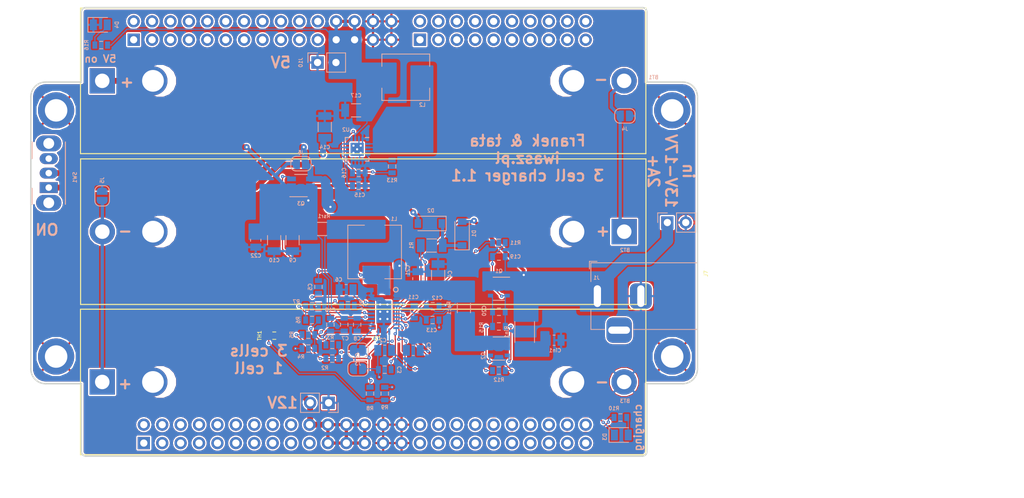
<source format=kicad_pcb>
(kicad_pcb (version 20171130) (host pcbnew 5.0.0-rc2-dev-unknown-b813eac~63~ubuntu17.10.1)
  (layers (0 F.Cu mixed) (31 B.Cu mixed) (34 B.Paste user) (35 F.Paste user) (36 B.SilkS user) (37 F.SilkS user) (38 B.Mask user) (39 F.Mask user) (44 Edge.Cuts user))
  (net 0 "")
  (net 1 "Net-(BT1-Pad2)")
  (net 2 /SRN)
  (net 3 "Net-(BT2-Pad2)")
  (net 4 +15V)
  (net 5 "Net-(Cin1-Pad1)")
  (net 6 /SRP)
  (net 7 "Net-(C11-Pad1)")
  (net 8 +BATT)
  (net 9 "Net-(C1-Pad1)")
  (net 10 "Net-(D1-Pad1)")
  (net 11 "Net-(D3-Pad2)")
  (net 12 /VREF)
  (net 13 "Net-(C19-Pad2)")
  (net 14 "Net-(C20-Pad1)")
  (net 15 "Net-(R14-Pad1)")
  (net 16 "Net-(Q3-Pad2)")
  (net 17 +5V)
  (net 18 "Net-(R13-Pad1)")
  (net 19 "Net-(R12-Pad2)")
  (net 20 "Net-(R11-Pad2)")
  (net 21 GND)
  (net 22 "Net-(R8-Pad1)")
  (net 23 "Net-(R6-Pad2)")
  (net 24 "Net-(R4-Pad2)")
  (net 25 "Net-(R2-Pad2)")
  (net 26 "Net-(J2-Pad2)")
  (net 27 "Net-(C5-Pad1)")
  (net 28 "Net-(L2-Pad2)")
  (net 29 "Net-(D3-Pad1)")
  (net 30 "Net-(J1-Pad3)")
  (net 31 "Net-(C6-Pad2)")
  (net 32 "Net-(C16-Pad2)")
  (net 33 "Net-(C5-Pad2)")
  (net 34 "Net-(C3-Pad1)")
  (net 35 "Net-(J7-Pad70)")
  (net 36 "Net-(J7-Pad69)")
  (net 37 "Net-(J7-Pad68)")
  (net 38 "Net-(J7-Pad67)")
  (net 39 "Net-(J7-Pad66)")
  (net 40 "Net-(J7-Pad65)")
  (net 41 "Net-(J7-Pad64)")
  (net 42 "Net-(J7-Pad63)")
  (net 43 "Net-(J7-Pad62)")
  (net 44 "Net-(J7-Pad61)")
  (net 45 "Net-(J7-Pad60)")
  (net 46 "Net-(J7-Pad59)")
  (net 47 "Net-(J7-Pad58)")
  (net 48 "Net-(J7-Pad57)")
  (net 49 "Net-(J7-Pad56)")
  (net 50 "Net-(J7-Pad55)")
  (net 51 "Net-(J7-Pad54)")
  (net 52 "Net-(J7-Pad53)")
  (net 53 "Net-(J7-Pad52)")
  (net 54 "Net-(J7-Pad51)")
  (net 55 "Net-(J7-Pad92)")
  (net 56 "Net-(J7-Pad91)")
  (net 57 "Net-(J7-Pad90)")
  (net 58 "Net-(J7-Pad89)")
  (net 59 "Net-(J7-Pad88)")
  (net 60 "Net-(J7-Pad87)")
  (net 61 "Net-(J7-Pad86)")
  (net 62 "Net-(J7-Pad85)")
  (net 63 "Net-(J7-Pad84)")
  (net 64 "Net-(J7-Pad83)")
  (net 65 "Net-(J7-Pad82)")
  (net 66 "Net-(J7-Pad81)")
  (net 67 "Net-(J7-Pad80)")
  (net 68 "Net-(J7-Pad79)")
  (net 69 "Net-(J7-Pad78)")
  (net 70 "Net-(J7-Pad77)")
  (net 71 "Net-(J7-Pad76)")
  (net 72 "Net-(J7-Pad75)")
  (net 73 "Net-(J7-Pad74)")
  (net 74 "Net-(J7-Pad73)")
  (net 75 "Net-(J7-Pad72)")
  (net 76 "Net-(J7-Pad71)")
  (net 77 "Net-(J7-Pad50)")
  (net 78 "Net-(J7-Pad49)")
  (net 79 "Net-(J7-Pad48)")
  (net 80 "Net-(J7-Pad47)")
  (net 81 "Net-(J7-Pad46)")
  (net 82 "Net-(J7-Pad45)")
  (net 83 "Net-(J7-Pad44)")
  (net 84 "Net-(J7-Pad43)")
  (net 85 "Net-(J7-Pad42)")
  (net 86 "Net-(J7-Pad41)")
  (net 87 "Net-(J7-Pad40)")
  (net 88 "Net-(J7-Pad39)")
  (net 89 "Net-(J7-Pad38)")
  (net 90 "Net-(J7-Pad37)")
  (net 91 "Net-(J7-Pad36)")
  (net 92 "Net-(J7-Pad35)")
  (net 93 "Net-(J7-Pad34)")
  (net 94 "Net-(J7-Pad33)")
  (net 95 "Net-(J7-Pad32)")
  (net 96 "Net-(J7-Pad31)")
  (net 97 "Net-(J7-Pad19)")
  (net 98 "Net-(J7-Pad18)")
  (net 99 "Net-(J7-Pad17)")
  (net 100 "Net-(J7-Pad16)")
  (net 101 "Net-(J7-Pad15)")
  (net 102 "Net-(J7-Pad14)")
  (net 103 "Net-(J7-Pad13)")
  (net 104 "Net-(J7-Pad12)")
  (net 105 "Net-(J7-Pad11)")
  (net 106 "Net-(J7-Pad10)")
  (net 107 "Net-(J7-Pad9)")
  (net 108 "Net-(J7-Pad8)")
  (net 109 "Net-(J7-Pad7)")
  (net 110 "Net-(J7-Pad6)")
  (net 111 "Net-(J7-Pad5)")
  (net 112 "Net-(J7-Pad4)")
  (net 113 "Net-(J7-Pad3)")
  (net 114 "Net-(J7-Pad2)")
  (net 115 "Net-(J7-Pad1)")
  (net 116 "Net-(SW1-Pad3)")
  (net 117 +12V)
  (net 118 GNDD)
  (net 119 "Net-(D4-Pad2)")
  (module iwasz:BLM-BH18650-PC2 (layer F.Cu) (at 106.947856 116.758759)
    (fp_text reference BT3 (at 72.122144 2.621241) (layer B.SilkS) (effects (font (size 0.508 0.508) (thickness 0.1016)) (justify mirror)))
    (fp_text value Battery_Cell)
    (pad 2 thru_hole circle (at 72 0) (size 3.5 3.5) (drill 2) (layers *.Cu *.Mask) (net 118 GNDD))
    (pad 1 thru_hole rect (at 0 0) (size 3.5 3.5) (drill 2) (layers *.Cu *.Mask) (net 3 "Net-(BT2-Pad2)"))
    (pad "" thru_hole circle (at 7 0) (size 4 4) (drill 3) (layers *.Cu *.Mask))
    (pad "" thru_hole circle (at 65 0) (size 4 4) (drill 3) (layers *.Cu *.Mask))
  )
  (module iwasz:BLM-BH18650-PC2 (layer F.Cu) (at 178.960855 96.001758 180)
    (fp_text reference BT2 (at -0.109145 -2.550242 180) (layer B.SilkS) (effects (font (size 0.508 0.508) (thickness 0.1016)) (justify mirror)))
    (fp_text value Battery_Cell)
    (pad 2 thru_hole circle (at 72 0 180) (size 3.5 3.5) (drill 2) (layers *.Cu *.Mask) (net 3 "Net-(BT2-Pad2)"))
    (pad 1 thru_hole rect (at 0 0 180) (size 3.5 3.5) (drill 2) (layers *.Cu *.Mask) (net 1 "Net-(BT1-Pad2)"))
    (pad "" thru_hole circle (at 7 0 180) (size 4 4) (drill 3) (layers *.Cu *.Mask))
    (pad "" thru_hole circle (at 65 0 180) (size 4 4) (drill 3) (layers *.Cu *.Mask))
  )
  (module iwasz:BLM-BH18650-PC2 (layer F.Cu) (at 106.947856 75.173758)
    (fp_text reference BT1 (at 76.059144 -0.497758) (layer B.SilkS) (effects (font (size 0.508 0.508) (thickness 0.1016)) (justify mirror)))
    (fp_text value Battery_Cell)
    (pad 2 thru_hole circle (at 72 0) (size 3.5 3.5) (drill 2) (layers *.Cu *.Mask) (net 1 "Net-(BT1-Pad2)"))
    (pad 1 thru_hole rect (at 0 0) (size 3.5 3.5) (drill 2) (layers *.Cu *.Mask) (net 2 /SRN))
    (pad "" thru_hole circle (at 7 0) (size 4 4) (drill 3) (layers *.Cu *.Mask))
    (pad "" thru_hole circle (at 65 0) (size 4 4) (drill 3) (layers *.Cu *.Mask))
  )
  (module iwasz:R-PVQFN-N24 (layer B.Cu) (at 145.796 107.061 270)
    (fp_text reference U1 hide)
    (fp_text value bq24133 hide)
    (pad 23 smd rect (at -2.25 1.725 270) (size 0.28 0.85) (layers B.Cu B.Paste B.Mask) (net 118 GNDD))
    (pad 22 smd rect (at -1.75 1.725 270) (size 0.28 0.85) (layers B.Cu B.Paste B.Mask) (net 118 GNDD))
    (pad 21 smd rect (at -1.25 1.725 270) (size 0.28 0.85) (layers B.Cu B.Paste B.Mask) (net 33 "Net-(C5-Pad2)"))
    (pad 20 smd rect (at -0.75 1.725 270) (size 0.28 0.85) (layers B.Cu B.Paste B.Mask) (net 31 "Net-(C6-Pad2)"))
    (pad 19 smd rect (at -0.25 1.725 270) (size 0.28 0.85) (layers B.Cu B.Paste B.Mask) (net 15 "Net-(R14-Pad1)"))
    (pad 18 smd rect (at 0.25 1.725 270) (size 0.28 0.85) (layers B.Cu B.Paste B.Mask) (net 23 "Net-(R6-Pad2)"))
    (pad 17 smd rect (at 0.75 1.725 270) (size 0.28 0.85) (layers B.Cu B.Paste B.Mask) (net 24 "Net-(R4-Pad2)"))
    (pad 16 smd rect (at 1.25 1.725 270) (size 0.28 0.85) (layers B.Cu B.Paste B.Mask) (net 6 /SRP))
    (pad 15 smd rect (at 1.75 1.725 270) (size 0.28 0.85) (layers B.Cu B.Paste B.Mask) (net 2 /SRN))
    (pad 14 smd rect (at 2.25 1.725 270) (size 0.28 0.85) (layers B.Cu B.Paste B.Mask) (net 26 "Net-(J2-Pad2)"))
    (pad 2 smd rect (at -2.25 -1.725 270) (size 0.28 0.85) (layers B.Cu B.Paste B.Mask) (net 8 +BATT))
    (pad 3 smd rect (at -1.75 -1.725 270) (size 0.28 0.85) (layers B.Cu B.Paste B.Mask) (net 8 +BATT))
    (pad 4 smd rect (at -1.25 -1.725 270) (size 0.28 0.85) (layers B.Cu B.Paste B.Mask) (net 9 "Net-(C1-Pad1)"))
    (pad 5 smd rect (at -0.75 -1.725 270) (size 0.28 0.85) (layers B.Cu B.Paste B.Mask) (net 8 +BATT))
    (pad 6 smd rect (at -0.25 -1.725 270) (size 0.28 0.85) (layers B.Cu B.Paste B.Mask) (net 7 "Net-(C11-Pad1)"))
    (pad 7 smd rect (at 0.25 -1.725 270) (size 0.28 0.85) (layers B.Cu B.Paste B.Mask) (net 19 "Net-(R12-Pad2)"))
    (pad 8 smd rect (at 0.75 -1.725 270) (size 0.28 0.85) (layers B.Cu B.Paste B.Mask) (net 20 "Net-(R11-Pad2)"))
    (pad 9 smd rect (at 1.25 -1.725 270) (size 0.28 0.85) (layers B.Cu B.Paste B.Mask) (net 29 "Net-(D3-Pad1)"))
    (pad 10 smd rect (at 1.75 -1.725 270) (size 0.28 0.85) (layers B.Cu B.Paste B.Mask) (net 22 "Net-(R8-Pad1)"))
    (pad 11 smd rect (at 2.25 -1.725 270) (size 0.28 0.85) (layers B.Cu B.Paste B.Mask) (net 34 "Net-(C3-Pad1)"))
    (pad 1 smd rect (at -2.725 -0.75 180) (size 0.28 0.85) (layers B.Cu B.Paste B.Mask) (net 27 "Net-(C5-Pad1)"))
    (pad 24 smd rect (at -2.725 0.75 180) (size 0.28 0.85) (layers B.Cu B.Paste B.Mask) (net 27 "Net-(C5-Pad1)"))
    (pad 13 smd rect (at 2.725 0.75 180) (size 0.28 0.85) (layers B.Cu B.Paste B.Mask) (net 25 "Net-(R2-Pad2)"))
    (pad 12 smd rect (at 2.725 -0.75 180) (size 0.28 0.85) (layers B.Cu B.Paste B.Mask) (net 12 /VREF))
    (pad 25 smd rect (at 0 0 90) (size 3.1 2.05) (layers B.Cu B.Paste B.Mask) (net 118 GNDD))
    (pad 25 thru_hole circle (at -1 0.5 180) (size 0.6 0.6) (drill 0.3) (layers *.Cu *.Mask) (net 118 GNDD))
    (pad 25 thru_hole circle (at 0 0.5 180) (size 0.6 0.6) (drill 0.3) (layers *.Cu *.Mask) (net 118 GNDD))
    (pad 25 thru_hole circle (at 1 0.5 180) (size 0.6 0.6) (drill 0.3) (layers *.Cu *.Mask) (net 118 GNDD))
    (pad 25 thru_hole circle (at 1 -0.5 180) (size 0.6 0.6) (drill 0.3) (layers *.Cu *.Mask) (net 118 GNDD))
    (pad 25 thru_hole circle (at 0 -0.5 180) (size 0.6 0.6) (drill 0.3) (layers *.Cu *.Mask) (net 118 GNDD))
    (pad 25 thru_hole circle (at -1 -0.5 180) (size 0.6 0.6) (drill 0.3) (layers *.Cu *.Mask) (net 118 GNDD))
  )
  (module Diode_SMD:D_0805_2012Metric (layer B.Cu) (at 106.68 67.437)
    (fp_text reference D4 (at 2.286 0 90) (layer B.SilkS) (effects (font (size 0.508 0.508) (thickness 0.1016)) (justify mirror)))
    (fp_text value LED)
    (pad 1 smd rect (at -0.955 0) (size 0.97 1.5) (layers B.Cu B.Paste B.Mask) (net 118 GNDD))
    (pad 2 smd rect (at 0.955 0) (size 0.97 1.5) (layers B.Cu B.Paste B.Mask) (net 119 "Net-(D4-Pad2)"))
  )
  (module Jumper:SolderJumper-2_P1.3mm_Bridged_RoundedPad1.0x1.5mm (layer B.Cu) (at 142.24 112.395)
    (fp_text reference J3 (at 0 1.8) (layer B.SilkS) (effects (font (size 0.508 0.508) (thickness 0.1016)) (justify mirror)))
    (fp_text value "3 cells")
    (pad 1 smd rect (at 0 0) (size 0.5 0.6) (layers B.Cu B.Mask) (net 26 "Net-(J2-Pad2)"))
    (pad 2 smd roundrect (at 0.65 0) (size 1 1.5) (layers B.Cu B.Mask) (roundrect_rratio 0.5) (net 12 /VREF))
    (pad 1 smd roundrect (at -0.65 0) (size 1 1.5) (layers B.Cu B.Mask) (roundrect_rratio 0.5) (net 26 "Net-(J2-Pad2)"))
    (pad 1 smd rect (at -0.4 0) (size 0.5 1.5) (layers B.Cu B.Mask) (net 26 "Net-(J2-Pad2)"))
    (pad 2 smd rect (at 0.4 0) (size 0.5 1.5) (layers B.Cu B.Mask) (net 12 /VREF))
  )
  (module Resistor_SMD:R_0603_1608Metric (layer B.Cu) (at 106.807 70.231)
    (fp_text reference R16 (at -2.032 0 90) (layer B.SilkS) (effects (font (size 0.508 0.508) (thickness 0.1016)) (justify mirror)))
    (fp_text value 680R)
    (pad 1 smd rect (at -0.875 0) (size 0.67 1) (layers B.Cu B.Paste B.Mask) (net 119 "Net-(D4-Pad2)"))
    (pad 2 smd rect (at 0.875 0) (size 0.67 1) (layers B.Cu B.Paste B.Mask) (net 17 +5V))
  )
  (module Resistor_SMD:R_0402_1005Metric (layer F.Cu) (at 144.78 109.22 180)
    (fp_text reference J11 (at 0 -1.5 180) (layer F.SilkS) (effects (font (size 0.508 0.508) (thickness 0.1016))))
    (fp_text value opt)
    (pad 1 smd rect (at -0.3875 0 180) (size 0.575 0.65) (layers F.Cu F.Paste F.Mask) (net 118 GNDD))
    (pad 2 smd rect (at 0.3875 0 180) (size 0.575 0.65) (layers F.Cu F.Paste F.Mask) (net 21 GND))
  )
  (module Connector_PinHeader_2.54mm:PinHeader_1x02_P2.54mm_Vertical (layer B.Cu) (at 136.652 72.644 270)
    (fp_text reference J10 (at 0 2.33 270) (layer B.SilkS) (effects (font (size 0.508 0.508) (thickness 0.1016)) (justify mirror)))
    (fp_text value Conn_01x02)
    (pad 1 thru_hole rect (at 0 0 270) (size 1.7 1.7) (drill 1) (layers *.Cu *.Mask) (net 118 GNDD))
    (pad 2 thru_hole oval (at 0 -2.54 270) (size 1.7 1.7) (drill 1) (layers *.Cu *.Mask) (net 17 +5V))
  )
  (module Connector_PinHeader_2.54mm:PinHeader_1x02_P2.54mm_Vertical (layer B.Cu) (at 138.176 119.634 90)
    (fp_text reference J9 hide)
    (fp_text value Conn_01x02)
    (pad 2 thru_hole oval (at 0 -2.54 90) (size 1.7 1.7) (drill 1) (layers *.Cu *.Mask) (net 117 +12V))
    (pad 1 thru_hole rect (at 0 0 90) (size 1.7 1.7) (drill 1) (layers *.Cu *.Mask) (net 118 GNDD))
  )
  (module Connector_PinHeader_2.54mm:PinHeader_1x02_P2.54mm_Vertical (layer B.Cu) (at 184.912 94.742 270)
    (fp_text reference J8 hide)
    (fp_text value Conn_01x02)
    (pad 1 thru_hole rect (at 0 0 270) (size 1.7 1.7) (drill 1) (layers *.Cu *.Mask) (net 4 +15V))
    (pad 2 thru_hole oval (at 0 -2.54 270) (size 1.7 1.7) (drill 1) (layers *.Cu *.Mask) (net 118 GNDD))
  )
  (module Button_Switch_THT:SW_CuK_OS102011MA1QN1_SPDT_Angled (layer B.Cu) (at 99.568 89.916 90)
    (fp_text reference SW1 (at 1.4 3.6 90) (layer B.SilkS) (effects (font (size 0.508 0.508) (thickness 0.1016)) (justify mirror)))
    (fp_text value SW_SPDT)
    (pad 1 thru_hole rect (at 0 0 90) (size 1.5 2.5) (drill 0.9) (layers *.Cu *.Mask) (net 117 +12V))
    (pad 2 thru_hole oval (at 2 0 90) (size 1.5 2.5) (drill 0.9) (layers *.Cu *.Mask) (net 8 +BATT))
    (pad 3 thru_hole oval (at 4 0 90) (size 1.5 2.5) (drill 0.9) (layers *.Cu *.Mask) (net 116 "Net-(SW1-Pad3)"))
    (pad "" thru_hole oval (at -2.1 0 90) (size 2.2 3.5) (drill 1.5) (layers *.Cu *.Mask))
    (pad "" thru_hole oval (at 6.1 0 90) (size 2.2 3.5) (drill 1.5) (layers *.Cu *.Mask))
  )
  (module iwasz:uniwersal-board (layer F.Cu) (at 143.084 95.998)
    (fp_text reference J7 (at 47.15 5.8 90) (layer F.SilkS) (effects (font (size 0.508 0.508) (thickness 0.1016))))
    (fp_text value uniwersal-board2)
    (fp_arc (start 38.4 30.4) (end 38.4 31) (angle -90) (layer Edge.Cuts) (width 0.2))
    (fp_arc (start 38.4 -30.343) (end 39 -30.343) (angle -90) (layer Edge.Cuts) (width 0.2))
    (fp_arc (start -38.4 -30.343) (end -38.4 -30.943) (angle -90) (layer Edge.Cuts) (width 0.2))
    (fp_line (start 39 21) (end 43.953 21) (layer Edge.Cuts) (width 0.2))
    (fp_line (start -45.985 18.968) (end -45.985 -18.624) (layer Edge.Cuts) (width 0.2))
    (fp_line (start 39 -30.343) (end 39 -20.656) (layer Edge.Cuts) (width 0.2))
    (fp_line (start -38.4 -30.943) (end 38.4 -30.943) (layer Edge.Cuts) (width 0.2))
    (fp_line (start -39 -20.656) (end -39 -30.343) (layer Edge.Cuts) (width 0.2))
    (fp_line (start 45.985 -18.624) (end 45.985 18.968) (layer Edge.Cuts) (width 0.2))
    (fp_line (start 39 -20.656) (end 43.953 -20.656) (layer Edge.Cuts) (width 0.2))
    (fp_line (start 39 21) (end 39 30.4) (layer Edge.Cuts) (width 0.2))
    (fp_arc (start -43.953 18.968) (end -45.985 18.968) (angle -90) (layer Edge.Cuts) (width 0.2))
    (fp_line (start -39 21) (end -43.953 21) (layer Edge.Cuts) (width 0.2))
    (fp_arc (start -38.4 30.4) (end -39 30.4) (angle -90) (layer Edge.Cuts) (width 0.2))
    (fp_arc (start 43.953 18.968) (end 43.953 21) (angle -90) (layer Edge.Cuts) (width 0.2))
    (fp_line (start -39 -20.656) (end -43.953 -20.656) (layer Edge.Cuts) (width 0.2))
    (fp_arc (start 43.953 -18.624) (end 45.985 -18.624) (angle -90) (layer Edge.Cuts) (width 0.2))
    (fp_arc (start -43.953 -18.624) (end -43.953 -20.656) (angle -90) (layer Edge.Cuts) (width 0.2))
    (fp_line (start 38.4 31) (end -38.4 31) (layer Edge.Cuts) (width 0.2))
    (fp_line (start -39 30.4) (end -39 21) (layer Edge.Cuts) (width 0.2))
    (pad 101 thru_hole circle (at -42.5 -16.75) (size 5 5) (drill 3.1) (layers *.Cu *.Mask) (net 21 GND))
    (pad 102 thru_hole circle (at -42.5 17.25) (size 5 5) (drill 3.1) (layers *.Cu *.Mask) (net 21 GND))
    (pad 103 thru_hole circle (at 42.5 17.25) (size 5 5) (drill 3.1) (layers *.Cu *.Mask) (net 21 GND))
    (pad 104 thru_hole circle (at 42.5 -16.75) (size 5 5) (drill 3.1) (layers *.Cu *.Mask) (net 21 GND))
    (pad 70 thru_hole oval (at 30.56 -29.04 90) (size 1.7 1.7) (drill 1) (layers *.Cu *.Mask) (net 35 "Net-(J7-Pad70)"))
    (pad 69 thru_hole oval (at 30.56 -26.5 90) (size 1.7 1.7) (drill 1) (layers *.Cu *.Mask) (net 36 "Net-(J7-Pad69)"))
    (pad 68 thru_hole oval (at 28.02 -29.04 90) (size 1.7 1.7) (drill 1) (layers *.Cu *.Mask) (net 37 "Net-(J7-Pad68)"))
    (pad 67 thru_hole oval (at 28.02 -26.5 90) (size 1.7 1.7) (drill 1) (layers *.Cu *.Mask) (net 38 "Net-(J7-Pad67)"))
    (pad 66 thru_hole oval (at 25.48 -29.04 90) (size 1.7 1.7) (drill 1) (layers *.Cu *.Mask) (net 39 "Net-(J7-Pad66)"))
    (pad 65 thru_hole oval (at 25.48 -26.5 90) (size 1.7 1.7) (drill 1) (layers *.Cu *.Mask) (net 40 "Net-(J7-Pad65)"))
    (pad 64 thru_hole oval (at 22.94 -29.04 90) (size 1.7 1.7) (drill 1) (layers *.Cu *.Mask) (net 41 "Net-(J7-Pad64)"))
    (pad 63 thru_hole oval (at 22.94 -26.5 90) (size 1.7 1.7) (drill 1) (layers *.Cu *.Mask) (net 42 "Net-(J7-Pad63)"))
    (pad 62 thru_hole oval (at 20.4 -29.04 90) (size 1.7 1.7) (drill 1) (layers *.Cu *.Mask) (net 43 "Net-(J7-Pad62)"))
    (pad 61 thru_hole oval (at 20.4 -26.5 90) (size 1.7 1.7) (drill 1) (layers *.Cu *.Mask) (net 44 "Net-(J7-Pad61)"))
    (pad 60 thru_hole oval (at 17.86 -29.04 90) (size 1.7 1.7) (drill 1) (layers *.Cu *.Mask) (net 45 "Net-(J7-Pad60)"))
    (pad 59 thru_hole oval (at 17.86 -26.5 90) (size 1.7 1.7) (drill 1) (layers *.Cu *.Mask) (net 46 "Net-(J7-Pad59)"))
    (pad 58 thru_hole oval (at 15.32 -29.04 90) (size 1.7 1.7) (drill 1) (layers *.Cu *.Mask) (net 47 "Net-(J7-Pad58)"))
    (pad 57 thru_hole oval (at 15.32 -26.5 90) (size 1.7 1.7) (drill 1) (layers *.Cu *.Mask) (net 48 "Net-(J7-Pad57)"))
    (pad 56 thru_hole oval (at 12.78 -29.04 90) (size 1.7 1.7) (drill 1) (layers *.Cu *.Mask) (net 49 "Net-(J7-Pad56)"))
    (pad 55 thru_hole oval (at 12.78 -26.5 90) (size 1.7 1.7) (drill 1) (layers *.Cu *.Mask) (net 50 "Net-(J7-Pad55)"))
    (pad 54 thru_hole oval (at 10.24 -29.04 90) (size 1.7 1.7) (drill 1) (layers *.Cu *.Mask) (net 51 "Net-(J7-Pad54)"))
    (pad 53 thru_hole oval (at 10.24 -26.5 90) (size 1.7 1.7) (drill 1) (layers *.Cu *.Mask) (net 52 "Net-(J7-Pad53)"))
    (pad 52 thru_hole oval (at 7.7 -29.04 90) (size 1.7 1.7) (drill 1) (layers *.Cu *.Mask) (net 53 "Net-(J7-Pad52)"))
    (pad 51 thru_hole rect (at 7.7 -26.5 90) (size 1.7 1.7) (drill 1) (layers *.Cu *.Mask) (net 54 "Net-(J7-Pad51)"))
    (pad 100 thru_hole oval (at 3.76 -29.04 90) (size 1.7 1.7) (drill 1) (layers *.Cu *.Mask) (net 21 GND))
    (pad 99 thru_hole oval (at 3.76 -26.5 90) (size 1.7 1.7) (drill 1) (layers *.Cu *.Mask) (net 21 GND))
    (pad 98 thru_hole oval (at 1.22 -29.04 90) (size 1.7 1.7) (drill 1) (layers *.Cu *.Mask) (net 21 GND))
    (pad 97 thru_hole oval (at 1.22 -26.5 90) (size 1.7 1.7) (drill 1) (layers *.Cu *.Mask) (net 21 GND))
    (pad 96 thru_hole oval (at -1.32 -29.04 90) (size 1.7 1.7) (drill 1) (layers *.Cu *.Mask) (net 17 +5V))
    (pad 95 thru_hole oval (at -1.32 -26.5 90) (size 1.7 1.7) (drill 1) (layers *.Cu *.Mask) (net 17 +5V))
    (pad 94 thru_hole oval (at -3.86 -29.04 90) (size 1.7 1.7) (drill 1) (layers *.Cu *.Mask) (net 17 +5V))
    (pad 93 thru_hole oval (at -3.86 -26.5 90) (size 1.7 1.7) (drill 1) (layers *.Cu *.Mask) (net 17 +5V))
    (pad 92 thru_hole oval (at -6.4 -29.04 90) (size 1.7 1.7) (drill 1) (layers *.Cu *.Mask) (net 55 "Net-(J7-Pad92)"))
    (pad 91 thru_hole oval (at -6.4 -26.5 90) (size 1.7 1.7) (drill 1) (layers *.Cu *.Mask) (net 56 "Net-(J7-Pad91)"))
    (pad 90 thru_hole oval (at -8.94 -29.04 90) (size 1.7 1.7) (drill 1) (layers *.Cu *.Mask) (net 57 "Net-(J7-Pad90)"))
    (pad 89 thru_hole oval (at -8.94 -26.5 90) (size 1.7 1.7) (drill 1) (layers *.Cu *.Mask) (net 58 "Net-(J7-Pad89)"))
    (pad 88 thru_hole oval (at -11.48 -29.04 90) (size 1.7 1.7) (drill 1) (layers *.Cu *.Mask) (net 59 "Net-(J7-Pad88)"))
    (pad 87 thru_hole oval (at -11.48 -26.5 90) (size 1.7 1.7) (drill 1) (layers *.Cu *.Mask) (net 60 "Net-(J7-Pad87)"))
    (pad 86 thru_hole oval (at -14.02 -29.04 90) (size 1.7 1.7) (drill 1) (layers *.Cu *.Mask) (net 61 "Net-(J7-Pad86)"))
    (pad 85 thru_hole oval (at -14.02 -26.5 90) (size 1.7 1.7) (drill 1) (layers *.Cu *.Mask) (net 62 "Net-(J7-Pad85)"))
    (pad 84 thru_hole oval (at -16.56 -29.04 90) (size 1.7 1.7) (drill 1) (layers *.Cu *.Mask) (net 63 "Net-(J7-Pad84)"))
    (pad 83 thru_hole oval (at -16.56 -26.5 90) (size 1.7 1.7) (drill 1) (layers *.Cu *.Mask) (net 64 "Net-(J7-Pad83)"))
    (pad 82 thru_hole oval (at -19.1 -29.04 90) (size 1.7 1.7) (drill 1) (layers *.Cu *.Mask) (net 65 "Net-(J7-Pad82)"))
    (pad 81 thru_hole oval (at -19.1 -26.5 90) (size 1.7 1.7) (drill 1) (layers *.Cu *.Mask) (net 66 "Net-(J7-Pad81)"))
    (pad 80 thru_hole oval (at -21.64 -29.04 90) (size 1.7 1.7) (drill 1) (layers *.Cu *.Mask) (net 67 "Net-(J7-Pad80)"))
    (pad 79 thru_hole oval (at -21.64 -26.5 90) (size 1.7 1.7) (drill 1) (layers *.Cu *.Mask) (net 68 "Net-(J7-Pad79)"))
    (pad 78 thru_hole oval (at -24.18 -29.04 90) (size 1.7 1.7) (drill 1) (layers *.Cu *.Mask) (net 69 "Net-(J7-Pad78)"))
    (pad 77 thru_hole oval (at -24.18 -26.5 90) (size 1.7 1.7) (drill 1) (layers *.Cu *.Mask) (net 70 "Net-(J7-Pad77)"))
    (pad 76 thru_hole oval (at -26.72 -29.04 90) (size 1.7 1.7) (drill 1) (layers *.Cu *.Mask) (net 71 "Net-(J7-Pad76)"))
    (pad 75 thru_hole oval (at -26.72 -26.5 90) (size 1.7 1.7) (drill 1) (layers *.Cu *.Mask) (net 72 "Net-(J7-Pad75)"))
    (pad 74 thru_hole oval (at -29.26 -29.04 90) (size 1.7 1.7) (drill 1) (layers *.Cu *.Mask) (net 73 "Net-(J7-Pad74)"))
    (pad 73 thru_hole oval (at -29.26 -26.5 90) (size 1.7 1.7) (drill 1) (layers *.Cu *.Mask) (net 74 "Net-(J7-Pad73)"))
    (pad 72 thru_hole oval (at -31.8 -29.04 90) (size 1.7 1.7) (drill 1) (layers *.Cu *.Mask) (net 75 "Net-(J7-Pad72)"))
    (pad 71 thru_hole rect (at -31.8 -26.5 90) (size 1.7 1.7) (drill 1) (layers *.Cu *.Mask) (net 76 "Net-(J7-Pad71)"))
    (pad 50 thru_hole oval (at 30.56 26.66 90) (size 1.7 1.7) (drill 1) (layers *.Cu *.Mask) (net 77 "Net-(J7-Pad50)"))
    (pad 49 thru_hole oval (at 30.56 29.2 90) (size 1.7 1.7) (drill 1) (layers *.Cu *.Mask) (net 78 "Net-(J7-Pad49)"))
    (pad 48 thru_hole oval (at 28.02 26.66 90) (size 1.7 1.7) (drill 1) (layers *.Cu *.Mask) (net 79 "Net-(J7-Pad48)"))
    (pad 47 thru_hole oval (at 28.02 29.2 90) (size 1.7 1.7) (drill 1) (layers *.Cu *.Mask) (net 80 "Net-(J7-Pad47)"))
    (pad 46 thru_hole oval (at 25.48 26.66 90) (size 1.7 1.7) (drill 1) (layers *.Cu *.Mask) (net 81 "Net-(J7-Pad46)"))
    (pad 45 thru_hole oval (at 25.48 29.2 90) (size 1.7 1.7) (drill 1) (layers *.Cu *.Mask) (net 82 "Net-(J7-Pad45)"))
    (pad 44 thru_hole oval (at 22.94 26.66 90) (size 1.7 1.7) (drill 1) (layers *.Cu *.Mask) (net 83 "Net-(J7-Pad44)"))
    (pad 43 thru_hole oval (at 22.94 29.2 90) (size 1.7 1.7) (drill 1) (layers *.Cu *.Mask) (net 84 "Net-(J7-Pad43)"))
    (pad 42 thru_hole oval (at 20.4 26.66 90) (size 1.7 1.7) (drill 1) (layers *.Cu *.Mask) (net 85 "Net-(J7-Pad42)"))
    (pad 41 thru_hole oval (at 20.4 29.2 90) (size 1.7 1.7) (drill 1) (layers *.Cu *.Mask) (net 86 "Net-(J7-Pad41)"))
    (pad 40 thru_hole oval (at 17.86 26.66 90) (size 1.7 1.7) (drill 1) (layers *.Cu *.Mask) (net 87 "Net-(J7-Pad40)"))
    (pad 39 thru_hole oval (at 17.86 29.2 90) (size 1.7 1.7) (drill 1) (layers *.Cu *.Mask) (net 88 "Net-(J7-Pad39)"))
    (pad 38 thru_hole oval (at 15.32 26.66 90) (size 1.7 1.7) (drill 1) (layers *.Cu *.Mask) (net 89 "Net-(J7-Pad38)"))
    (pad 37 thru_hole oval (at 15.32 29.2 90) (size 1.7 1.7) (drill 1) (layers *.Cu *.Mask) (net 90 "Net-(J7-Pad37)"))
    (pad 36 thru_hole oval (at 12.78 26.66 90) (size 1.7 1.7) (drill 1) (layers *.Cu *.Mask) (net 91 "Net-(J7-Pad36)"))
    (pad 35 thru_hole oval (at 12.78 29.2 90) (size 1.7 1.7) (drill 1) (layers *.Cu *.Mask) (net 92 "Net-(J7-Pad35)"))
    (pad 34 thru_hole oval (at 10.24 26.66 90) (size 1.7 1.7) (drill 1) (layers *.Cu *.Mask) (net 93 "Net-(J7-Pad34)"))
    (pad 33 thru_hole oval (at 10.24 29.2 90) (size 1.7 1.7) (drill 1) (layers *.Cu *.Mask) (net 94 "Net-(J7-Pad33)"))
    (pad 32 thru_hole oval (at 7.7 26.66 90) (size 1.7 1.7) (drill 1) (layers *.Cu *.Mask) (net 95 "Net-(J7-Pad32)"))
    (pad 31 thru_hole oval (at 7.7 29.2 90) (size 1.7 1.7) (drill 1) (layers *.Cu *.Mask) (net 96 "Net-(J7-Pad31)"))
    (pad 30 thru_hole oval (at 5.16 26.66 90) (size 1.7 1.7) (drill 1) (layers *.Cu *.Mask) (net 21 GND))
    (pad 29 thru_hole oval (at 5.16 29.2 90) (size 1.7 1.7) (drill 1) (layers *.Cu *.Mask) (net 21 GND))
    (pad 28 thru_hole oval (at 2.62 26.66 90) (size 1.7 1.7) (drill 1) (layers *.Cu *.Mask) (net 21 GND))
    (pad 27 thru_hole oval (at 2.62 29.2 90) (size 1.7 1.7) (drill 1) (layers *.Cu *.Mask) (net 21 GND))
    (pad 26 thru_hole oval (at 0.08 26.66 90) (size 1.7 1.7) (drill 1) (layers *.Cu *.Mask) (net 117 +12V))
    (pad 25 thru_hole oval (at 0.08 29.2 90) (size 1.7 1.7) (drill 1) (layers *.Cu *.Mask) (net 117 +12V))
    (pad 24 thru_hole oval (at -2.46 26.66 90) (size 1.7 1.7) (drill 1) (layers *.Cu *.Mask) (net 117 +12V))
    (pad 23 thru_hole oval (at -2.46 29.2 90) (size 1.7 1.7) (drill 1) (layers *.Cu *.Mask) (net 117 +12V))
    (pad 22 thru_hole oval (at -5 26.66 90) (size 1.7 1.7) (drill 1) (layers *.Cu *.Mask) (net 117 +12V))
    (pad 21 thru_hole oval (at -5 29.2 90) (size 1.7 1.7) (drill 1) (layers *.Cu *.Mask) (net 117 +12V))
    (pad 20 thru_hole oval (at -7.54 26.66 90) (size 1.7 1.7) (drill 1) (layers *.Cu *.Mask) (net 117 +12V))
    (pad 19 thru_hole oval (at -7.54 29.2 90) (size 1.7 1.7) (drill 1) (layers *.Cu *.Mask) (net 97 "Net-(J7-Pad19)"))
    (pad 18 thru_hole oval (at -10.08 26.66 90) (size 1.7 1.7) (drill 1) (layers *.Cu *.Mask) (net 98 "Net-(J7-Pad18)"))
    (pad 17 thru_hole oval (at -10.08 29.2 90) (size 1.7 1.7) (drill 1) (layers *.Cu *.Mask) (net 99 "Net-(J7-Pad17)"))
    (pad 16 thru_hole oval (at -12.62 26.66 90) (size 1.7 1.7) (drill 1) (layers *.Cu *.Mask) (net 100 "Net-(J7-Pad16)"))
    (pad 15 thru_hole oval (at -12.62 29.2 90) (size 1.7 1.7) (drill 1) (layers *.Cu *.Mask) (net 101 "Net-(J7-Pad15)"))
    (pad 14 thru_hole oval (at -15.16 26.66 90) (size 1.7 1.7) (drill 1) (layers *.Cu *.Mask) (net 102 "Net-(J7-Pad14)"))
    (pad 13 thru_hole oval (at -15.16 29.2 90) (size 1.7 1.7) (drill 1) (layers *.Cu *.Mask) (net 103 "Net-(J7-Pad13)"))
    (pad 12 thru_hole oval (at -17.7 26.66 90) (size 1.7 1.7) (drill 1) (layers *.Cu *.Mask) (net 104 "Net-(J7-Pad12)"))
    (pad 11 thru_hole oval (at -17.7 29.2 90) (size 1.7 1.7) (drill 1) (layers *.Cu *.Mask) (net 105 "Net-(J7-Pad11)"))
    (pad 10 thru_hole oval (at -20.24 26.66 90) (size 1.7 1.7) (drill 1) (layers *.Cu *.Mask) (net 106 "Net-(J7-Pad10)"))
    (pad 9 thru_hole oval (at -20.24 29.2 90) (size 1.7 1.7) (drill 1) (layers *.Cu *.Mask) (net 107 "Net-(J7-Pad9)"))
    (pad 8 thru_hole oval (at -22.78 26.66 90) (size 1.7 1.7) (drill 1) (layers *.Cu *.Mask) (net 108 "Net-(J7-Pad8)"))
    (pad 7 thru_hole oval (at -22.78 29.2 90) (size 1.7 1.7) (drill 1) (layers *.Cu *.Mask) (net 109 "Net-(J7-Pad7)"))
    (pad 6 thru_hole oval (at -25.32 26.66 90) (size 1.7 1.7) (drill 1) (layers *.Cu *.Mask) (net 110 "Net-(J7-Pad6)"))
    (pad 5 thru_hole oval (at -25.32 29.2 90) (size 1.7 1.7) (drill 1) (layers *.Cu *.Mask) (net 111 "Net-(J7-Pad5)"))
    (pad 4 thru_hole oval (at -27.86 26.66 90) (size 1.7 1.7) (drill 1) (layers *.Cu *.Mask) (net 112 "Net-(J7-Pad4)"))
    (pad 3 thru_hole oval (at -27.86 29.2 90) (size 1.7 1.7) (drill 1) (layers *.Cu *.Mask) (net 113 "Net-(J7-Pad3)"))
    (pad 2 thru_hole oval (at -30.4 26.66 90) (size 1.7 1.7) (drill 1) (layers *.Cu *.Mask) (net 114 "Net-(J7-Pad2)"))
    (pad 1 thru_hole rect (at -30.4 29.2 90) (size 1.7 1.7) (drill 1) (layers *.Cu *.Mask) (net 115 "Net-(J7-Pad1)"))
  )
  (module Jumper:SolderJumper-2_P1.3mm_Open_RoundedPad1.0x1.5mm (layer B.Cu) (at 134.366 86.614 180)
    (fp_text reference J6 (at 0 1.524) (layer B.SilkS) (effects (font (size 0.508 0.508) (thickness 0.1016)) (justify mirror)))
    (fp_text value opt)
    (pad 2 smd roundrect (at 0.65 0 180) (size 1 1.5) (layers B.Cu B.Mask) (roundrect_rratio 0.5) (net 2 /SRN))
    (pad 1 smd roundrect (at -0.65 0 180) (size 1 1.5) (layers B.Cu B.Mask) (roundrect_rratio 0.5) (net 8 +BATT))
    (pad 1 smd rect (at -0.4 0 180) (size 0.5 1.5) (layers B.Cu B.Mask) (net 8 +BATT))
    (pad 2 smd rect (at 0.4 0 180) (size 0.5 1.5) (layers B.Cu B.Mask) (net 2 /SRN))
  )
  (module Package_DFN_QFN:QFN-16-1EP_3x3mm_P0.5mm_EP2.7x2.7mm_ThermalVias (layer B.Cu) (at 142.111941 84.625662 180)
    (fp_text reference U2 (at 1.541941 2.710662 180) (layer B.SilkS) (effects (font (size 0.508 0.508) (thickness 0.1016)) (justify mirror)))
    (fp_text value TPS62143)
    (pad 1 smd oval (at -1.475 0.75 180) (size 0.75 0.3) (layers B.Cu B.Paste B.Mask) (net 28 "Net-(L2-Pad2)"))
    (pad 2 smd oval (at -1.475 0.25 180) (size 0.75 0.3) (layers B.Cu B.Paste B.Mask) (net 28 "Net-(L2-Pad2)"))
    (pad 3 smd oval (at -1.475 -0.25 180) (size 0.75 0.3) (layers B.Cu B.Paste B.Mask) (net 28 "Net-(L2-Pad2)"))
    (pad 4 smd oval (at -1.475 -0.75 180) (size 0.75 0.3) (layers B.Cu B.Paste B.Mask) (net 18 "Net-(R13-Pad1)"))
    (pad 5 smd oval (at -0.75 -1.475 90) (size 0.75 0.3) (layers B.Cu B.Paste B.Mask) (net 118 GNDD))
    (pad 6 smd oval (at -0.25 -1.475 90) (size 0.75 0.3) (layers B.Cu B.Paste B.Mask) (net 118 GNDD))
    (pad 7 smd oval (at 0.25 -1.475 90) (size 0.75 0.3) (layers B.Cu B.Paste B.Mask) (net 118 GNDD))
    (pad 8 smd oval (at 0.75 -1.475 90) (size 0.75 0.3) (layers B.Cu B.Paste B.Mask) (net 118 GNDD))
    (pad 9 smd oval (at 1.475 -0.75 180) (size 0.75 0.3) (layers B.Cu B.Paste B.Mask) (net 32 "Net-(C16-Pad2)"))
    (pad 10 smd oval (at 1.475 -0.25 180) (size 0.75 0.3) (layers B.Cu B.Paste B.Mask) (net 117 +12V))
    (pad 11 smd oval (at 1.475 0.25 180) (size 0.75 0.3) (layers B.Cu B.Paste B.Mask) (net 117 +12V))
    (pad 12 smd oval (at 1.475 0.75 180) (size 0.75 0.3) (layers B.Cu B.Paste B.Mask) (net 117 +12V))
    (pad 13 smd oval (at 0.75 1.475 90) (size 0.75 0.3) (layers B.Cu B.Paste B.Mask) (net 117 +12V))
    (pad 14 smd oval (at 0.25 1.475 90) (size 0.75 0.3) (layers B.Cu B.Paste B.Mask) (net 17 +5V))
    (pad 15 smd oval (at -0.25 1.475 90) (size 0.75 0.3) (layers B.Cu B.Paste B.Mask) (net 118 GNDD))
    (pad 16 smd oval (at -0.75 1.475 90) (size 0.75 0.3) (layers B.Cu B.Paste B.Mask) (net 118 GNDD))
    (pad 17 smd rect (at 0 0 180) (size 1.8 1.8) (layers F.Cu) (net 118 GNDD))
    (pad 17 smd rect (at 0 0 180) (size 1.8 1.8) (layers B.Cu B.Mask) (net 118 GNDD))
    (pad 17 thru_hole circle (at 0 0 180) (size 0.6 0.6) (drill 0.3) (layers *.Cu) (net 118 GNDD))
    (pad 17 thru_hole circle (at -0.5 0.5 180) (size 0.6 0.6) (drill 0.3) (layers *.Cu) (net 118 GNDD))
    (pad 17 thru_hole circle (at 0.5 0.5 180) (size 0.6 0.6) (drill 0.3) (layers *.Cu) (net 118 GNDD))
    (pad 17 thru_hole circle (at 0.5 -0.5 180) (size 0.6 0.6) (drill 0.3) (layers *.Cu) (net 118 GNDD))
    (pad 17 thru_hole circle (at -0.5 -0.5 180) (size 0.6 0.6) (drill 0.3) (layers *.Cu) (net 118 GNDD))
  )
  (module iwasz:TSOT-23-6-POWER_MOSFET (layer B.Cu) (at 134.366 89.662)
    (fp_text reference Q3 (at 0 2.45) (layer B.SilkS) (effects (font (size 0.508 0.508) (thickness 0.1016)) (justify mirror)))
    (fp_text value CPH6350-TL-W)
    (pad 1 smd rect (at -1.31 0.95) (size 1.22 0.65) (layers B.Cu B.Paste B.Mask) (net 2 /SRN))
    (pad 1 smd rect (at -1.31 0) (size 1.22 0.65) (layers B.Cu B.Paste B.Mask) (net 2 /SRN))
    (pad 2 smd rect (at -1.31 -0.95) (size 1.22 0.65) (layers B.Cu B.Paste B.Mask) (net 16 "Net-(Q3-Pad2)"))
    (pad 3 smd rect (at 1.31 -0.95) (size 1.22 0.65) (layers B.Cu B.Paste B.Mask) (net 8 +BATT))
    (pad 1 smd rect (at 1.31 0) (size 1.22 0.65) (layers B.Cu B.Paste B.Mask) (net 2 /SRN))
    (pad 1 smd rect (at 1.31 0.95) (size 1.22 0.65) (layers B.Cu B.Paste B.Mask) (net 2 /SRN))
  )
  (module iwasz:TSOP-6_1.65x3.05mm_P0.95mm-BSLMOSFET (layer B.Cu) (at 161.671 103.886 180)
    (fp_text reference Q1 (at 0 2.45 180) (layer B.SilkS) (effects (font (size 0.508 0.508) (thickness 0.1016)) (justify mirror)))
    (fp_text value BSL302SNH6327XTSA1)
    (pad 1 smd rect (at -1.16 0.95 180) (size 0.7 0.51) (layers B.Cu B.Paste B.Mask) (net 4 +15V))
    (pad 1 smd rect (at -1.16 0 180) (size 0.7 0.51) (layers B.Cu B.Paste B.Mask) (net 4 +15V))
    (pad 2 smd rect (at -1.16 -0.95 180) (size 0.7 0.51) (layers B.Cu B.Paste B.Mask) (net 13 "Net-(C19-Pad2)"))
    (pad 3 smd rect (at 1.16 -0.95 180) (size 0.7 0.51) (layers B.Cu B.Paste B.Mask) (net 14 "Net-(C20-Pad1)"))
    (pad 1 smd rect (at 1.16 0 180) (size 0.7 0.51) (layers B.Cu B.Paste B.Mask) (net 4 +15V))
    (pad 1 smd rect (at 1.16 0.95 180) (size 0.7 0.51) (layers B.Cu B.Paste B.Mask) (net 4 +15V))
  )
  (module iwasz:TSOP-6_1.65x3.05mm_P0.95mm-BSLMOSFET (layer B.Cu) (at 161.671 112.141 180)
    (fp_text reference Q2 (at 2.159 -1.016 270) (layer B.SilkS) (effects (font (size 0.508 0.508) (thickness 0.1016)) (justify mirror)))
    (fp_text value BSL302SNH6327XTSA1)
    (pad 1 smd rect (at 1.16 0.95 180) (size 0.7 0.51) (layers B.Cu B.Paste B.Mask) (net 7 "Net-(C11-Pad1)"))
    (pad 1 smd rect (at 1.16 0 180) (size 0.7 0.51) (layers B.Cu B.Paste B.Mask) (net 7 "Net-(C11-Pad1)"))
    (pad 3 smd rect (at 1.16 -0.95 180) (size 0.7 0.51) (layers B.Cu B.Paste B.Mask) (net 14 "Net-(C20-Pad1)"))
    (pad 2 smd rect (at -1.16 -0.95 180) (size 0.7 0.51) (layers B.Cu B.Paste B.Mask) (net 13 "Net-(C19-Pad2)"))
    (pad 1 smd rect (at -1.16 0 180) (size 0.7 0.51) (layers B.Cu B.Paste B.Mask) (net 7 "Net-(C11-Pad1)"))
    (pad 1 smd rect (at -1.16 0.95 180) (size 0.7 0.51) (layers B.Cu B.Paste B.Mask) (net 7 "Net-(C11-Pad1)"))
  )
  (module Capacitor_SMD:C_0603_1608Metric (layer B.Cu) (at 161.671 99.441 180)
    (fp_text reference C19 (at -2.286 0 180) (layer B.SilkS) (effects (font (size 0.508 0.508) (thickness 0.1016)) (justify mirror)))
    (fp_text value 4.7nF)
    (pad 2 smd rect (at 0.875 0 180) (size 0.67 1) (layers B.Cu B.Paste B.Mask) (net 13 "Net-(C19-Pad2)"))
    (pad 1 smd rect (at -0.875 0 180) (size 0.67 1) (layers B.Cu B.Paste B.Mask) (net 4 +15V))
  )
  (module Capacitor_SMD:C_0603_1608Metric (layer B.Cu) (at 145.923 115.062 180)
    (fp_text reference C3 (at -2.032 0 270) (layer B.SilkS) (effects (font (size 0.508 0.508) (thickness 0.1016)) (justify mirror)))
    (fp_text value 100nF)
    (pad 1 smd rect (at -0.875 0 180) (size 0.67 1) (layers B.Cu B.Paste B.Mask) (net 34 "Net-(C3-Pad1)"))
    (pad 2 smd rect (at 0.875 0 180) (size 0.67 1) (layers B.Cu B.Paste B.Mask) (net 21 GND))
  )
  (module Capacitor_SMD:C_0603_1608Metric (layer B.Cu) (at 136.779 103.632 270)
    (fp_text reference C5 (at 0 1.143 270) (layer B.SilkS) (effects (font (size 0.508 0.508) (thickness 0.1016)) (justify mirror)))
    (fp_text value 47nF)
    (pad 2 smd rect (at 0.875 0 270) (size 0.67 1) (layers B.Cu B.Paste B.Mask) (net 33 "Net-(C5-Pad2)"))
    (pad 1 smd rect (at -0.875 0 270) (size 0.67 1) (layers B.Cu B.Paste B.Mask) (net 27 "Net-(C5-Pad1)"))
  )
  (module Capacitor_SMD:C_0603_1608Metric (layer B.Cu) (at 140.335 108.839 90)
    (fp_text reference C7 (at -1.905 0.127 180) (layer B.SilkS) (effects (font (size 0.508 0.508) (thickness 0.1016)) (justify mirror)))
    (fp_text value 100nF)
    (pad 1 smd rect (at -0.875 0 90) (size 0.67 1) (layers B.Cu B.Paste B.Mask) (net 21 GND))
    (pad 2 smd rect (at 0.875 0 90) (size 0.67 1) (layers B.Cu B.Paste B.Mask) (net 6 /SRP))
  )
  (module Capacitor_SMD:C_0603_1608Metric (layer B.Cu) (at 142.113 108.839 270)
    (fp_text reference C8 (at 1.905 0) (layer B.SilkS) (effects (font (size 0.508 0.508) (thickness 0.1016)) (justify mirror)))
    (fp_text value 100nF)
    (pad 2 smd rect (at 0.875 0 270) (size 0.67 1) (layers B.Cu B.Paste B.Mask) (net 2 /SRN))
    (pad 1 smd rect (at -0.875 0 270) (size 0.67 1) (layers B.Cu B.Paste B.Mask) (net 6 /SRP))
  )
  (module Capacitor_SMD:C_0603_1608Metric (layer B.Cu) (at 152.545027 106.299)
    (fp_text reference C12 (at 0.616973 -1.143) (layer B.SilkS) (effects (font (size 0.508 0.508) (thickness 0.1016)) (justify mirror)))
    (fp_text value 100nF)
    (pad 1 smd rect (at -0.875 0) (size 0.67 1) (layers B.Cu B.Paste B.Mask) (net 8 +BATT))
    (pad 2 smd rect (at 0.875 0) (size 0.67 1) (layers B.Cu B.Paste B.Mask) (net 21 GND))
  )
  (module Capacitor_SMD:C_0603_1608Metric (layer B.Cu) (at 152.527 108.204 180)
    (fp_text reference C13 (at 0.127 -1.397 180) (layer B.SilkS) (effects (font (size 0.508 0.508) (thickness 0.1016)) (justify mirror)))
    (fp_text value 100nF)
    (pad 2 smd rect (at 0.875 0 180) (size 0.67 1) (layers B.Cu B.Paste B.Mask) (net 7 "Net-(C11-Pad1)"))
    (pad 1 smd rect (at -0.875 0 180) (size 0.67 1) (layers B.Cu B.Paste B.Mask) (net 21 GND))
  )
  (module Capacitor_SMD:C_0603_1608Metric (layer B.Cu) (at 161.671 107.061)
    (fp_text reference C20 (at -2.032 -0.127 90) (layer B.SilkS) (effects (font (size 0.508 0.508) (thickness 0.1016)) (justify mirror)))
    (fp_text value 47nF)
    (pad 1 smd rect (at -0.875 0) (size 0.67 1) (layers B.Cu B.Paste B.Mask) (net 14 "Net-(C20-Pad1)"))
    (pad 2 smd rect (at 0.875 0) (size 0.67 1) (layers B.Cu B.Paste B.Mask) (net 13 "Net-(C19-Pad2)"))
  )
  (module Capacitor_SMD:C_0603_1608Metric (layer B.Cu) (at 142.348 89.662)
    (fp_text reference C15 (at 0.127 1.27) (layer B.SilkS) (effects (font (size 0.508 0.508) (thickness 0.1016)) (justify mirror)))
    (fp_text value 100nF)
    (pad 2 smd rect (at 0.875 0) (size 0.67 1) (layers B.Cu B.Paste B.Mask) (net 118 GNDD))
    (pad 1 smd rect (at -0.875 0) (size 0.67 1) (layers B.Cu B.Paste B.Mask) (net 117 +12V))
  )
  (module Capacitor_SMD:C_0603_1608Metric (layer B.Cu) (at 142.348 87.884 180)
    (fp_text reference C16 (at 2.032 0 270) (layer B.SilkS) (effects (font (size 0.508 0.508) (thickness 0.1016)) (justify mirror)))
    (fp_text value 3.3nF)
    (pad 1 smd rect (at -0.875 0 180) (size 0.67 1) (layers B.Cu B.Paste B.Mask) (net 118 GNDD))
    (pad 2 smd rect (at 0.875 0 180) (size 0.67 1) (layers B.Cu B.Paste B.Mask) (net 32 "Net-(C16-Pad2)"))
  )
  (module Capacitor_SMD:C_0603_1608Metric (layer B.Cu) (at 138.43 108.839 90)
    (fp_text reference C18 (at 2.032 0 180) (layer B.SilkS) (effects (font (size 0.508 0.508) (thickness 0.1016)) (justify mirror)))
    (fp_text value 100nF)
    (pad 2 smd rect (at 0.875 0 90) (size 0.67 1) (layers B.Cu B.Paste B.Mask) (net 2 /SRN))
    (pad 1 smd rect (at -0.875 0 90) (size 0.67 1) (layers B.Cu B.Paste B.Mask) (net 21 GND))
  )
  (module Capacitor_SMD:C_0603_1608Metric (layer B.Cu) (at 149.987 107.061 90)
    (fp_text reference C11 (at 2.032 -0.127 180) (layer B.SilkS) (effects (font (size 0.508 0.508) (thickness 0.1016)) (justify mirror)))
    (fp_text value 100nF)
    (pad 1 smd rect (at -0.875 0 90) (size 0.67 1) (layers B.Cu B.Paste B.Mask) (net 7 "Net-(C11-Pad1)"))
    (pad 2 smd rect (at 0.875 0 90) (size 0.67 1) (layers B.Cu B.Paste B.Mask) (net 8 +BATT))
  )
  (module Capacitor_SMD:C_0805_2012Metric (layer B.Cu) (at 169.291 110.998)
    (fp_text reference Cin1 (at 0.127 1.397) (layer B.SilkS) (effects (font (size 0.508 0.508) (thickness 0.1016)) (justify mirror)))
    (fp_text value 2.2µF)
    (pad 2 smd rect (at 0.955 0) (size 0.97 1.5) (layers B.Cu B.Paste B.Mask) (net 118 GNDD))
    (pad 1 smd rect (at -0.955 0) (size 0.97 1.5) (layers B.Cu B.Paste B.Mask) (net 5 "Net-(Cin1-Pad1)"))
  )
  (module Capacitor_SMD:C_0805_2012Metric (layer B.Cu) (at 149.86 112.395)
    (fp_text reference C1 (at 2.159 -0.635 90) (layer B.SilkS) (effects (font (size 0.508 0.508) (thickness 0.1016)) (justify mirror)))
    (fp_text value "1µF 25V X7R")
    (pad 1 smd rect (at -0.955 0) (size 0.97 1.5) (layers B.Cu B.Paste B.Mask) (net 9 "Net-(C1-Pad1)"))
    (pad 2 smd rect (at 0.955 0) (size 0.97 1.5) (layers B.Cu B.Paste B.Mask) (net 21 GND))
  )
  (module Capacitor_SMD:C_0805_2012Metric (layer B.Cu) (at 145.923 112.395 180)
    (fp_text reference C2 (at 0.254 1.397 180) (layer B.SilkS) (effects (font (size 0.508 0.508) (thickness 0.1016)) (justify mirror)))
    (fp_text value "1µF 25V X7R")
    (pad 2 smd rect (at 0.955 0 180) (size 0.97 1.5) (layers B.Cu B.Paste B.Mask) (net 21 GND))
    (pad 1 smd rect (at -0.955 0 180) (size 0.97 1.5) (layers B.Cu B.Paste B.Mask) (net 12 /VREF))
  )
  (module Capacitor_SMD:C_0805_2012Metric (layer B.Cu) (at 140.589 104.013)
    (fp_text reference C6 (at -1.016 -1.397) (layer B.SilkS) (effects (font (size 0.508 0.508) (thickness 0.1016)) (justify mirror)))
    (fp_text value "1µF 25V X7R")
    (pad 1 smd rect (at -0.955 0) (size 0.97 1.5) (layers B.Cu B.Paste B.Mask) (net 118 GNDD))
    (pad 2 smd rect (at 0.955 0) (size 0.97 1.5) (layers B.Cu B.Paste B.Mask) (net 31 "Net-(C6-Pad2)"))
  )
  (module Capacitor_SMD:C_0805_2012Metric (layer B.Cu) (at 150.495 102.489 270)
    (fp_text reference C21 (at -1.143 1.397 270) (layer B.SilkS) (effects (font (size 0.508 0.508) (thickness 0.1016)) (justify mirror)))
    (fp_text value "1µF 25V X7R")
    (pad 2 smd rect (at 0.955 0 270) (size 0.97 1.5) (layers B.Cu B.Paste B.Mask) (net 8 +BATT))
    (pad 1 smd rect (at -0.955 0 270) (size 0.97 1.5) (layers B.Cu B.Paste B.Mask) (net 118 GNDD))
  )
  (module Capacitor_SMD:C_0805_2012Metric (layer B.Cu) (at 128.124812 97.18351 90)
    (fp_text reference C22 (at -2.13049 0.018188 180) (layer B.SilkS) (effects (font (size 0.508 0.508) (thickness 0.1016)) (justify mirror)))
    (fp_text value "1µF 25V X7R")
    (pad 1 smd rect (at -0.955 0 90) (size 0.97 1.5) (layers B.Cu B.Paste B.Mask) (net 118 GNDD))
    (pad 2 smd rect (at 0.955 0 90) (size 0.97 1.5) (layers B.Cu B.Paste B.Mask) (net 2 /SRN))
  )
  (module Capacitor_SMD:C_1206_3216Metric (layer B.Cu) (at 141.967 79.248 180)
    (fp_text reference C17 (at 0 2.05 180) (layer B.SilkS) (effects (font (size 0.508 0.508) (thickness 0.1016)) (justify mirror)))
    (fp_text value 22µF)
    (pad 1 smd rect (at -1.505 0 180) (size 1.07 1.8) (layers B.Cu B.Paste B.Mask) (net 17 +5V))
    (pad 2 smd rect (at 1.505 0 180) (size 1.07 1.8) (layers B.Cu B.Paste B.Mask) (net 118 GNDD))
  )
  (module Capacitor_SMD:C_1206_3216Metric (layer B.Cu) (at 130.664812 97.18351 90)
    (fp_text reference C10 (at -2.76549 0.018188 180) (layer B.SilkS) (effects (font (size 0.508 0.508) (thickness 0.1016)) (justify mirror)))
    (fp_text value "10µ 25V X7R")
    (pad 2 smd rect (at 1.505 0 90) (size 1.07 1.8) (layers B.Cu B.Paste B.Mask) (net 2 /SRN))
    (pad 1 smd rect (at -1.505 0 90) (size 1.07 1.8) (layers B.Cu B.Paste B.Mask) (net 118 GNDD))
  )
  (module Capacitor_SMD:C_1206_3216Metric (layer B.Cu) (at 133.204812 97.18351 90)
    (fp_text reference C9 (at -2.76549 0.018188 180) (layer B.SilkS) (effects (font (size 0.508 0.508) (thickness 0.1016)) (justify mirror)))
    (fp_text value "10µ 25V X7R")
    (pad 1 smd rect (at -1.505 0 90) (size 1.07 1.8) (layers B.Cu B.Paste B.Mask) (net 118 GNDD))
    (pad 2 smd rect (at 1.505 0 90) (size 1.07 1.8) (layers B.Cu B.Paste B.Mask) (net 2 /SRN))
  )
  (module Capacitor_SMD:C_1206_3216Metric (layer B.Cu) (at 153.289 101.981 270)
    (fp_text reference C4 (at -0.127 -1.651 270) (layer B.SilkS) (effects (font (size 0.508 0.508) (thickness 0.1016)) (justify mirror)))
    (fp_text value "10µ 25V X7R")
    (pad 2 smd rect (at 1.505 0 270) (size 1.07 1.8) (layers B.Cu B.Paste B.Mask) (net 8 +BATT))
    (pad 1 smd rect (at -1.505 0 270) (size 1.07 1.8) (layers B.Cu B.Paste B.Mask) (net 118 GNDD))
  )
  (module Capacitor_SMD:C_1206_3216Metric (layer B.Cu) (at 137.649 81.534 270)
    (fp_text reference C14 (at 2.794 0) (layer B.SilkS) (effects (font (size 0.508 0.508) (thickness 0.1016)) (justify mirror)))
    (fp_text value "10µ 25V X7R")
    (pad 1 smd rect (at -1.505 0 270) (size 1.07 1.8) (layers B.Cu B.Paste B.Mask) (net 118 GNDD))
    (pad 2 smd rect (at 1.505 0 270) (size 1.07 1.8) (layers B.Cu B.Paste B.Mask) (net 117 +12V))
  )
  (module Connector_BarrelJack:BarrelJack_Horizontal (layer B.Cu) (at 175.26 104.902 180)
    (fp_text reference J1 (at 0.127 2.54 180) (layer B.SilkS) (effects (font (size 0.508 0.508) (thickness 0.1016)) (justify mirror)))
    (fp_text value Barrel_Jack)
    (pad 1 thru_hole rect (at 0 0 180) (size 3.5 3.5) (drill oval 1 3) (layers *.Cu *.Mask) (net 4 +15V))
    (pad 2 thru_hole roundrect (at -6 0 180) (size 3 3.5) (drill oval 1 3) (layers *.Cu *.Mask) (net 118 GNDD))
    (pad 3 thru_hole roundrect (at -3 -4.7 180) (size 3.5 3.5) (drill oval 3 1) (layers *.Cu *.Mask) (net 30 "Net-(J1-Pad3)"))
  )
  (module Diode_SMD:D_0805_2012Metric (layer B.Cu) (at 178.562 124.079)
    (fp_text reference D3 (at -2.286 0.254 90) (layer B.SilkS) (effects (font (size 0.508 0.508) (thickness 0.1016)) (justify mirror)))
    (fp_text value LED)
    (pad 1 smd rect (at -0.955 0) (size 0.97 1.5) (layers B.Cu B.Paste B.Mask) (net 29 "Net-(D3-Pad1)"))
    (pad 2 smd rect (at 0.955 0) (size 0.97 1.5) (layers B.Cu B.Paste B.Mask) (net 11 "Net-(D3-Pad2)"))
  )
  (module Diode_SMD:D_SOD-123 (layer B.Cu) (at 152.146 94.869 180)
    (fp_text reference D2 (at -0.127 1.778 180) (layer B.SilkS) (effects (font (size 0.508 0.508) (thickness 0.1016)) (justify mirror)))
    (fp_text value BAT46ZFILM)
    (pad 2 smd rect (at 1.65 0 180) (size 0.9 1.2) (layers B.Cu B.Paste B.Mask) (net 2 /SRN))
    (pad 1 smd rect (at -1.65 0 180) (size 0.9 1.2) (layers B.Cu B.Paste B.Mask) (net 10 "Net-(D1-Pad1)"))
  )
  (module Diode_SMD:D_SOD-123 (layer B.Cu) (at 156.591 96.266 90)
    (fp_text reference D1 (at 0 1.651 90) (layer B.SilkS) (effects (font (size 0.508 0.508) (thickness 0.1016)) (justify mirror)))
    (fp_text value BAT46ZFILM)
    (pad 1 smd rect (at -1.65 0 90) (size 0.9 1.2) (layers B.Cu B.Paste B.Mask) (net 10 "Net-(D1-Pad1)"))
    (pad 2 smd rect (at 1.65 0 90) (size 0.9 1.2) (layers B.Cu B.Paste B.Mask) (net 4 +15V))
  )
  (module Inductor_SMD:L_6.3x6.3_H3 (layer B.Cu) (at 148.825 74.676)
    (fp_text reference L2 (at 2.286 3.81) (layer B.SilkS) (effects (font (size 0.508 0.508) (thickness 0.1016)) (justify mirror)))
    (fp_text value 2.2µH)
    (pad 1 smd rect (at -2.75 0) (size 1.5 2.4) (layers B.Cu B.Paste B.Mask) (net 17 +5V))
    (pad 2 smd rect (at 2.75 0) (size 1.5 2.4) (layers B.Cu B.Paste B.Mask) (net 28 "Net-(L2-Pad2)"))
  )
  (module Inductor_SMD:L_7.3x7.3_H3.5 (layer B.Cu) (at 144.526 98.806 90)
    (fp_text reference L1 (at 4.572 2.667 180) (layer B.SilkS) (effects (font (size 0.508 0.508) (thickness 0.1016)) (justify mirror)))
    (fp_text value 3.3µH)
    (pad 1 smd rect (at -3.2 0 90) (size 1.5 2.2) (layers B.Cu B.Paste B.Mask) (net 27 "Net-(C5-Pad1)"))
    (pad 2 smd rect (at 3.2 0 90) (size 1.5 2.2) (layers B.Cu B.Paste B.Mask) (net 6 /SRP))
  )
  (module Jumper:SolderJumper-2_P1.3mm_Open_RoundedPad1.0x1.5mm (layer B.Cu) (at 142.24 114.935 180)
    (fp_text reference J2 (at 0 1.8 180) (layer B.SilkS) (effects (font (size 0.508 0.508) (thickness 0.1016)) (justify mirror)))
    (fp_text value "1 cell")
    (pad 2 smd rect (at 0.4 0 180) (size 0.5 1.5) (layers B.Cu B.Mask) (net 26 "Net-(J2-Pad2)"))
    (pad 1 smd rect (at -0.4 0 180) (size 0.5 1.5) (layers B.Cu B.Mask) (net 21 GND))
    (pad 1 smd roundrect (at -0.65 0 180) (size 1 1.5) (layers B.Cu B.Mask) (roundrect_rratio 0.5) (net 21 GND))
    (pad 2 smd roundrect (at 0.65 0 180) (size 1 1.5) (layers B.Cu B.Mask) (roundrect_rratio 0.5) (net 26 "Net-(J2-Pad2)"))
  )
  (module Jumper:SolderJumper-2_P1.3mm_Open_RoundedPad1.0x1.5mm (layer B.Cu) (at 179.051 80.01)
    (fp_text reference J4 (at 0 1.8) (layer B.SilkS) (effects (font (size 0.508 0.508) (thickness 0.1016)) (justify mirror)))
    (fp_text value opt)
    (pad 2 smd rect (at 0.4 0) (size 0.5 1.5) (layers B.Cu B.Mask) (net 118 GNDD))
    (pad 1 smd rect (at -0.4 0) (size 0.5 1.5) (layers B.Cu B.Mask) (net 1 "Net-(BT1-Pad2)"))
    (pad 1 smd roundrect (at -0.65 0) (size 1 1.5) (layers B.Cu B.Mask) (roundrect_rratio 0.5) (net 1 "Net-(BT1-Pad2)"))
    (pad 2 smd roundrect (at 0.65 0) (size 1 1.5) (layers B.Cu B.Mask) (roundrect_rratio 0.5) (net 118 GNDD))
  )
  (module Jumper:SolderJumper-2_P1.3mm_Open_RoundedPad1.0x1.5mm (layer B.Cu) (at 106.934 91.059 90)
    (fp_text reference J5 (at 2.159 0 90) (layer B.SilkS) (effects (font (size 0.508 0.508) (thickness 0.1016)) (justify mirror)))
    (fp_text value opt)
    (pad 2 smd roundrect (at 0.65 0 90) (size 1 1.5) (layers B.Cu B.Mask) (roundrect_rratio 0.5) (net 118 GNDD))
    (pad 1 smd roundrect (at -0.65 0 90) (size 1 1.5) (layers B.Cu B.Mask) (roundrect_rratio 0.5) (net 3 "Net-(BT2-Pad2)"))
    (pad 1 smd rect (at -0.4 0 90) (size 0.5 1.5) (layers B.Cu B.Mask) (net 3 "Net-(BT2-Pad2)"))
    (pad 2 smd rect (at 0.4 0 90) (size 0.5 1.5) (layers B.Cu B.Mask) (net 118 GNDD))
  )
  (module Resistor_SMD:R_0603_1608Metric (layer B.Cu) (at 143.891 118.364 90)
    (fp_text reference R8 (at -2.032 0 180) (layer B.SilkS) (effects (font (size 0.508 0.508) (thickness 0.1016)) (justify mirror)))
    (fp_text value 5k23)
    (pad 1 smd rect (at -0.875 0 90) (size 0.67 1) (layers B.Cu B.Paste B.Mask) (net 22 "Net-(R8-Pad1)"))
    (pad 2 smd rect (at 0.875 0 90) (size 0.67 1) (layers B.Cu B.Paste B.Mask) (net 12 /VREF))
  )
  (module Resistor_SMD:R_0603_1608Metric (layer F.Cu) (at 130.683 110.363)
    (fp_text reference TH1 (at -2.032 0 -90) (layer F.SilkS) (effects (font (size 0.508 0.508) (thickness 0.1016))))
    (fp_text value ERTJ1VG103JA)
    (pad 2 smd rect (at 0.875 0) (size 0.67 1) (layers F.Cu F.Paste F.Mask) (net 21 GND))
    (pad 1 smd rect (at -0.875 0) (size 0.67 1) (layers F.Cu F.Paste F.Mask) (net 22 "Net-(R8-Pad1)"))
  )
  (module Resistor_SMD:R_0603_1608Metric (layer B.Cu) (at 138.684 113.538)
    (fp_text reference R2 (at -1.016 1.27) (layer B.SilkS) (effects (font (size 0.508 0.508) (thickness 0.1016)) (justify mirror)))
    (fp_text value 234.9k)
    (pad 1 smd rect (at -0.875 0) (size 0.67 1) (layers B.Cu B.Paste B.Mask) (net 12 /VREF))
    (pad 2 smd rect (at 0.875 0) (size 0.67 1) (layers B.Cu B.Paste B.Mask) (net 25 "Net-(R2-Pad2)"))
  )
  (module Resistor_SMD:R_0603_1608Metric (layer B.Cu) (at 138.684 111.633)
    (fp_text reference R3 (at -0.254 -1.016) (layer B.SilkS) (effects (font (size 0.508 0.508) (thickness 0.1016)) (justify mirror)))
    (fp_text value 32k4)
    (pad 2 smd rect (at 0.875 0) (size 0.67 1) (layers B.Cu B.Paste B.Mask) (net 25 "Net-(R2-Pad2)"))
    (pad 1 smd rect (at -0.875 0) (size 0.67 1) (layers B.Cu B.Paste B.Mask) (net 21 GND))
  )
  (module Resistor_SMD:R_0603_1608Metric (layer B.Cu) (at 135.382 112.141)
    (fp_text reference R4 (at -1.016 1.143 180) (layer B.SilkS) (effects (font (size 0.508 0.508) (thickness 0.1016)) (justify mirror)))
    (fp_text value 32k4)
    (pad 1 smd rect (at -0.875 0) (size 0.67 1) (layers B.Cu B.Paste B.Mask) (net 21 GND))
    (pad 2 smd rect (at 0.875 0) (size 0.67 1) (layers B.Cu B.Paste B.Mask) (net 24 "Net-(R4-Pad2)"))
  )
  (module Resistor_SMD:R_0603_1608Metric (layer B.Cu) (at 135.382 110.236)
    (fp_text reference R5 (at -2.286 0 90) (layer B.SilkS) (effects (font (size 0.508 0.508) (thickness 0.1016)) (justify mirror)))
    (fp_text value 100k)
    (pad 2 smd rect (at 0.875 0) (size 0.67 1) (layers B.Cu B.Paste B.Mask) (net 24 "Net-(R4-Pad2)"))
    (pad 1 smd rect (at -0.875 0) (size 0.67 1) (layers B.Cu B.Paste B.Mask) (net 12 /VREF))
  )
  (module Resistor_SMD:R_0603_1608Metric (layer B.Cu) (at 135.89 108.204 180)
    (fp_text reference R6 (at 1.905 0 270) (layer B.SilkS) (effects (font (size 0.508 0.508) (thickness 0.1016)) (justify mirror)))
    (fp_text value 1M)
    (pad 1 smd rect (at -0.875 0 180) (size 0.67 1) (layers B.Cu B.Paste B.Mask) (net 4 +15V))
    (pad 2 smd rect (at 0.875 0 180) (size 0.67 1) (layers B.Cu B.Paste B.Mask) (net 23 "Net-(R6-Pad2)"))
  )
  (module Resistor_SMD:R_0603_1608Metric (layer B.Cu) (at 135.89 106.299 180)
    (fp_text reference R7 (at 2.159 0.635 180) (layer B.SilkS) (effects (font (size 0.508 0.508) (thickness 0.1016)) (justify mirror)))
    (fp_text value 100k)
    (pad 2 smd rect (at 0.875 0 180) (size 0.67 1) (layers B.Cu B.Paste B.Mask) (net 23 "Net-(R6-Pad2)"))
    (pad 1 smd rect (at -0.875 0 180) (size 0.67 1) (layers B.Cu B.Paste B.Mask) (net 21 GND))
  )
  (module Resistor_SMD:R_0603_1608Metric (layer B.Cu) (at 145.923 118.364 270)
    (fp_text reference R9 (at 1.905 0) (layer B.SilkS) (effects (font (size 0.508 0.508) (thickness 0.1016)) (justify mirror)))
    (fp_text value 30k1)
    (pad 1 smd rect (at -0.875 0 270) (size 0.67 1) (layers B.Cu B.Paste B.Mask) (net 21 GND))
    (pad 2 smd rect (at 0.875 0 270) (size 0.67 1) (layers B.Cu B.Paste B.Mask) (net 22 "Net-(R8-Pad1)"))
  )
  (module Resistor_SMD:R_0603_1608Metric (layer B.Cu) (at 161.671 97.536 180)
    (fp_text reference R11 (at -2.286 0 180) (layer B.SilkS) (effects (font (size 0.508 0.508) (thickness 0.1016)) (justify mirror)))
    (fp_text value 4k02)
    (pad 2 smd rect (at 0.875 0 180) (size 0.67 1) (layers B.Cu B.Paste B.Mask) (net 20 "Net-(R11-Pad2)"))
    (pad 1 smd rect (at -0.875 0 180) (size 0.67 1) (layers B.Cu B.Paste B.Mask) (net 13 "Net-(C19-Pad2)"))
  )
  (module Resistor_SMD:R_0603_1608Metric (layer B.Cu) (at 161.671 115.189 180)
    (fp_text reference R12 (at 0 -1.27 180) (layer B.SilkS) (effects (font (size 0.508 0.508) (thickness 0.1016)) (justify mirror)))
    (fp_text value 4k02)
    (pad 1 smd rect (at -0.875 0 180) (size 0.67 1) (layers B.Cu B.Paste B.Mask) (net 14 "Net-(C20-Pad1)"))
    (pad 2 smd rect (at 0.875 0 180) (size 0.67 1) (layers B.Cu B.Paste B.Mask) (net 19 "Net-(R12-Pad2)"))
  )
  (module Resistor_SMD:R_0603_1608Metric (layer B.Cu) (at 146.939 86.995 270)
    (fp_text reference R13 (at 1.905 0) (layer B.SilkS) (effects (font (size 0.508 0.508) (thickness 0.1016)) (justify mirror)))
    (fp_text value 100k)
    (pad 2 smd rect (at 0.875 0 270) (size 0.67 1) (layers B.Cu B.Paste B.Mask) (net 17 +5V))
    (pad 1 smd rect (at -0.875 0 270) (size 0.67 1) (layers B.Cu B.Paste B.Mask) (net 18 "Net-(R13-Pad1)"))
  )
  (module Resistor_SMD:R_0603_1608Metric (layer B.Cu) (at 140.843 106.172 180)
    (fp_text reference R14 (at -1.905 0 270) (layer B.SilkS) (effects (font (size 0.508 0.508) (thickness 0.1016)) (justify mirror)))
    (fp_text value 1k)
    (pad 1 smd rect (at -0.875 0 180) (size 0.67 1) (layers B.Cu B.Paste B.Mask) (net 15 "Net-(R14-Pad1)"))
    (pad 2 smd rect (at 0.875 0 180) (size 0.67 1) (layers B.Cu B.Paste B.Mask) (net 16 "Net-(Q3-Pad2)"))
  )
  (module Resistor_SMD:R_0603_1608Metric (layer B.Cu) (at 161.671 109.093)
    (fp_text reference R15 (at -2.413 0.127 90) (layer B.SilkS) (effects (font (size 0.508 0.508) (thickness 0.1016)) (justify mirror)))
    (fp_text value 500k)
    (pad 2 smd rect (at 0.875 0) (size 0.67 1) (layers B.Cu B.Paste B.Mask) (net 13 "Net-(C19-Pad2)"))
    (pad 1 smd rect (at -0.875 0) (size 0.67 1) (layers B.Cu B.Paste B.Mask) (net 14 "Net-(C20-Pad1)"))
  )
  (module Resistor_SMD:R_0603_1608Metric (layer B.Cu) (at 178.435 121.666 180)
    (fp_text reference R10 (at 0.889 1.27) (layer B.SilkS) (effects (font (size 0.508 0.508) (thickness 0.1016)) (justify mirror)))
    (fp_text value 560)
    (pad 1 smd rect (at -0.875 0 180) (size 0.67 1) (layers B.Cu B.Paste B.Mask) (net 11 "Net-(D3-Pad2)"))
    (pad 2 smd rect (at 0.875 0 180) (size 0.67 1) (layers B.Cu B.Paste B.Mask) (net 12 /VREF))
  )
  (module Resistor_SMD:R_1206_3216Metric (layer B.Cu) (at 152.4 97.917)
    (fp_text reference R1 (at -2.794 0 90) (layer B.SilkS) (effects (font (size 0.508 0.508) (thickness 0.1016)) (justify mirror)))
    (fp_text value 10R)
    (pad 1 smd rect (at -1.505 0) (size 1.07 1.8) (layers B.Cu B.Paste B.Mask) (net 9 "Net-(C1-Pad1)"))
    (pad 2 smd rect (at 1.505 0) (size 1.07 1.8) (layers B.Cu B.Paste B.Mask) (net 10 "Net-(D1-Pad1)"))
  )
  (module Resistor_SMD:R_1206_3216Metric (layer B.Cu) (at 156.845 106.553 270)
    (fp_text reference Rac1 (at 0 2.05 270) (layer B.SilkS) (effects (font (size 0.508 0.508) (thickness 0.1016)) (justify mirror)))
    (fp_text value 20mR)
    (pad 2 smd rect (at 1.505 0 270) (size 1.07 1.8) (layers B.Cu B.Paste B.Mask) (net 7 "Net-(C11-Pad1)"))
    (pad 1 smd rect (at -1.505 0 270) (size 1.07 1.8) (layers B.Cu B.Paste B.Mask) (net 8 +BATT))
  )
  (module Resistor_SMD:R_1206_3216Metric (layer B.Cu) (at 137.287 95.631)
    (fp_text reference Rsr1 (at 0.254 -1.778) (layer B.SilkS) (effects (font (size 0.508 0.508) (thickness 0.1016)) (justify mirror)))
    (fp_text value 10mR)
    (pad 1 smd rect (at -1.505 0) (size 1.07 1.8) (layers B.Cu B.Paste B.Mask) (net 2 /SRN))
    (pad 2 smd rect (at 1.505 0) (size 1.07 1.8) (layers B.Cu B.Paste B.Mask) (net 6 /SRP))
  )
  (module Resistor_SMD:R_2010_5025Metric (layer B.Cu) (at 165.227 109.855 270)
    (fp_text reference Rin1 (at 0 2.5 270) (layer B.SilkS) (effects (font (size 0.508 0.508) (thickness 0.1016)) (justify mirror)))
    (fp_text value 2R)
    (pad 1 smd rect (at -2.355 0 270) (size 1.17 2.7) (layers B.Cu B.Paste B.Mask) (net 4 +15V))
    (pad 2 smd rect (at 2.355 0 270) (size 1.17 2.7) (layers B.Cu B.Paste B.Mask) (net 5 "Net-(Cin1-Pad1)"))
  )
  (gr_text "5V on" (at 106.68 72.136) (layer B.SilkS) (effects (font (size 1 1) (thickness 0.2)) (justify mirror)))
  (gr_text charging (at 180.848 123.063 90) (layer B.SilkS) (effects (font (size 1 1) (thickness 0.2)) (justify mirror)))
  (gr_text "3 cells\n1 cell" (at 128.524 113.665) (layer B.SilkS) (effects (font (size 1.5 1.5) (thickness 0.3)) (justify mirror)))
  (gr_text ON (at 99.314 95.758) (layer B.SilkS) (effects (font (size 1.5 1.5) (thickness 0.3)) (justify mirror)))
  (gr_text - (at 175.895 116.713) (layer B.SilkS) (effects (font (size 1.5 1.5) (thickness 0.3)) (justify mirror)))
  (gr_text - (at 110.109 95.885) (layer B.SilkS) (effects (font (size 1.5 1.5) (thickness 0.3)) (justify mirror)))
  (gr_text + (at 110.109 116.967) (layer B.SilkS) (effects (font (size 1.5 1.5) (thickness 0.3)) (justify mirror)))
  (gr_text + (at 176.022 95.885) (layer B.SilkS) (effects (font (size 1.5 1.5) (thickness 0.3)) (justify mirror)))
  (gr_text - (at 175.768 74.93) (layer B.SilkS) (effects (font (size 1.5 1.5) (thickness 0.3)) (justify mirror)))
  (gr_text + (at 110.363 75.311) (layer B.SilkS) (effects (font (size 1.5 1.5) (thickness 0.3)) (justify mirror)))
  (gr_text "in\n13V-17V\n2A+" (at 185.42 87.63 270) (layer B.SilkS) (effects (font (size 1.5 1.5) (thickness 0.3)) (justify mirror)))
  (gr_text 5V (at 131.572 72.644) (layer B.SilkS) (effects (font (size 1.5 1.5) (thickness 0.3)) (justify mirror)))
  (gr_text 12V (at 131.826 119.634) (layer B.SilkS) (effects (font (size 1.5 1.5) (thickness 0.3)) (justify mirror)))
  (gr_text "Franek & tata\niwasz.pl\n3 cell charger 1.1" (at 165.608 85.852) (layer B.SilkS) (effects (font (size 1.5 1.5) (thickness 0.3)) (justify mirror)))
  (segment (start 130.81 88.265) (end 132.207 89.662) (width 0.4572) (layer B.Cu) (net 2))
  (segment (start 132.461 86.614) (end 130.81 88.265) (width 0.4572) (layer B.Cu) (net 2))
  (segment (start 126.873 84.328) (end 130.81 88.265) (width 0.4572) (layer B.Cu) (net 2))
  (segment (start 133.966 86.614) (end 132.461 86.614) (width 0.4572) (layer B.Cu) (net 2))
  (segment (start 132.207 89.662) (end 133.056 89.662) (width 0.4572) (layer B.Cu) (net 2))
  (segment (start 175.26 104.902) (end 175.26 102.9996) (width 0.1524) (layer B.Cu) (net 4))
  (segment (start 147.574 108.585) (end 145.796 110.363) (width 0.1524) (layer F.Cu) (net 4))
  (segment (start 145.796 110.363) (end 138.090658 110.363) (width 0.1524) (layer F.Cu) (net 4))
  (segment (start 147.574 106.299) (end 147.574 108.585) (width 0.1524) (layer F.Cu) (net 4))
  (segment (start 135.724333 109.733574) (end 135.724333 109.410285) (width 0.1524) (layer F.Cu) (net 4))
  (segment (start 150.926798 99.729542) (end 150.926798 102.946202) (width 0.1524) (layer F.Cu) (net 4))
  (segment (start 150.926798 102.946202) (end 147.574 106.299) (width 0.1524) (layer F.Cu) (net 4))
  (segment (start 136.93796 110.947201) (end 135.724333 109.733574) (width 0.1524) (layer F.Cu) (net 4))
  (segment (start 158.242 94.488) (end 156.16834 94.488) (width 0.1524) (layer F.Cu) (net 4))
  (segment (start 156.16834 94.488) (end 150.926798 99.729542) (width 0.1524) (layer F.Cu) (net 4))
  (segment (start 138.090658 110.363) (end 137.506457 110.947201) (width 0.1524) (layer F.Cu) (net 4))
  (segment (start 137.506457 110.947201) (end 136.93796 110.947201) (width 0.1524) (layer F.Cu) (net 4))
  (segment (start 167.955 112.141) (end 168.0954 112.141) (width 0.1524) (layer B.Cu) (net 5))
  (segment (start 168.0954 112.141) (end 168.336 111.9004) (width 0.1524) (layer B.Cu) (net 5))
  (segment (start 168.336 111.9004) (end 168.336 110.998) (width 0.1524) (layer B.Cu) (net 5))
  (segment (start 148.463 104.902) (end 148.372 104.811) (width 0.1524) (layer B.Cu) (net 8))
  (segment (start 148.372 104.811) (end 147.521 104.811) (width 0.1524) (layer B.Cu) (net 8))
  (segment (start 148.463 105.156) (end 148.463 104.902) (width 0.1524) (layer B.Cu) (net 8))
  (segment (start 148.308 105.311) (end 148.463 105.156) (width 0.1524) (layer B.Cu) (net 8))
  (segment (start 147.521 105.311) (end 148.308 105.311) (width 0.1524) (layer B.Cu) (net 8))
  (segment (start 137.668 88.712) (end 137.861 88.712) (width 0.1524) (layer B.Cu) (net 8))
  (segment (start 136.718 88.712) (end 137.668 88.712) (width 0.1524) (layer B.Cu) (net 8))
  (segment (start 138.023601 90.322399) (end 138.023601 89.067601) (width 0.8128) (layer B.Cu) (net 8))
  (segment (start 138.023601 89.067601) (end 137.668 88.712) (width 0.8128) (layer B.Cu) (net 8))
  (segment (start 137.099 88.712) (end 137.541 89.154) (width 0.8128) (layer B.Cu) (net 8))
  (segment (start 135.676 88.712) (end 137.099 88.712) (width 0.8128) (layer B.Cu) (net 8))
  (segment (start 137.541 89.154) (end 137.541 89.839798) (width 0.8128) (layer B.Cu) (net 8))
  (segment (start 137.541 89.839798) (end 138.023601 90.322399) (width 0.8128) (layer B.Cu) (net 8))
  (segment (start 138.43 92.583) (end 138.023601 92.176601) (width 1.6256) (layer B.Cu) (net 8))
  (segment (start 138.023601 92.176601) (end 138.023601 90.322399) (width 1.6256) (layer B.Cu) (net 8))
  (segment (start 146.05 92.583) (end 138.43 92.583) (width 1.6256) (layer F.Cu) (net 8))
  (via (at 138.43 92.583) (size 0.8128) (drill 0.3048) (layers F.Cu B.Cu) (net 8))
  (segment (start 147.955 94.488) (end 146.05 92.583) (width 1.6256) (layer F.Cu) (net 8))
  (segment (start 147.955 100.711) (end 147.955 94.488) (width 1.6256) (layer F.Cu) (net 8))
  (segment (start 147.955 103.632) (end 147.955 100.711) (width 1.6256) (layer B.Cu) (net 8))
  (via (at 147.955 100.711) (size 0.8128) (drill 0.3048) (layers F.Cu B.Cu) (net 8))
  (segment (start 178.401 80.01) (end 178.401 95.441903) (width 0.4572) (layer B.Cu) (net 1))
  (segment (start 178.401 95.441903) (end 178.960855 96.001758) (width 0.4572) (layer B.Cu) (net 1))
  (segment (start 178.947856 75.173758) (end 177.197857 76.923757) (width 0.4572) (layer B.Cu) (net 1))
  (segment (start 177.197857 76.923757) (end 177.197857 78.806857) (width 0.4572) (layer B.Cu) (net 1))
  (segment (start 177.197857 78.806857) (end 178.401 80.01) (width 0.4572) (layer B.Cu) (net 1))
  (segment (start 106.947856 75.173758) (end 109.510656 75.173758) (width 0.8128) (layer F.Cu) (net 2))
  (segment (start 109.510656 75.173758) (end 118.664898 84.328) (width 0.8128) (layer F.Cu) (net 2))
  (segment (start 126.298264 84.328) (end 126.873 84.328) (width 0.8128) (layer F.Cu) (net 2))
  (segment (start 118.664898 84.328) (end 126.298264 84.328) (width 0.8128) (layer F.Cu) (net 2))
  (via (at 126.873 84.328) (size 0.8128) (drill 0.3048) (layers F.Cu B.Cu) (net 2))
  (segment (start 146.177 89.662) (end 136.144 89.662) (width 0.4572) (layer F.Cu) (net 2))
  (segment (start 135.509 91.567) (end 135.382 91.694) (width 0.4572) (layer F.Cu) (net 2))
  (segment (start 149.86 93.345) (end 146.177 89.662) (width 0.4572) (layer F.Cu) (net 2))
  (segment (start 136.144 89.662) (end 135.509 90.297) (width 0.4572) (layer F.Cu) (net 2))
  (segment (start 135.509 90.297) (end 135.509 91.567) (width 0.4572) (layer F.Cu) (net 2))
  (via (at 135.382 91.694) (size 0.8128) (drill 0.3048) (layers F.Cu B.Cu) (net 2))
  (segment (start 135.676 91.4) (end 135.382 91.694) (width 0.4572) (layer B.Cu) (net 2))
  (segment (start 135.676 90.612) (end 135.676 91.4) (width 0.4572) (layer B.Cu) (net 2))
  (segment (start 135.782 95.631) (end 137.287 97.136) (width 0.1524) (layer B.Cu) (net 2))
  (segment (start 137.287 97.136) (end 137.287 101.727) (width 0.1524) (layer B.Cu) (net 2))
  (segment (start 138.43 107.4766) (end 138.43 107.964) (width 0.1524) (layer B.Cu) (net 2))
  (segment (start 137.287 101.727) (end 138.176 102.616) (width 0.1524) (layer B.Cu) (net 2))
  (segment (start 138.176 102.616) (end 138.176 107.2226) (width 0.1524) (layer B.Cu) (net 2))
  (segment (start 138.176 107.2226) (end 138.43 107.4766) (width 0.1524) (layer B.Cu) (net 2))
  (segment (start 150.496 93.981) (end 149.86 93.345) (width 0.4572) (layer B.Cu) (net 2))
  (segment (start 150.496 94.869) (end 150.496 93.981) (width 0.4572) (layer B.Cu) (net 2))
  (via (at 149.86 93.345) (size 0.8128) (drill 0.3048) (layers F.Cu B.Cu) (net 2))
  (segment (start 144.071 108.811) (end 142.5286 108.811) (width 0.1524) (layer B.Cu) (net 2))
  (segment (start 142.5286 108.811) (end 139.9294 108.811) (width 0.1524) (layer B.Cu) (net 2))
  (segment (start 139.9294 108.811) (end 139.0824 107.964) (width 0.1524) (layer B.Cu) (net 2))
  (segment (start 139.0824 107.964) (end 138.43 107.964) (width 0.1524) (layer B.Cu) (net 2))
  (segment (start 142.5286 108.811) (end 142.113 109.2266) (width 0.1524) (layer B.Cu) (net 2))
  (segment (start 142.113 109.2266) (end 142.113 109.714) (width 0.1524) (layer B.Cu) (net 2))
  (segment (start 106.960855 96.001758) (end 106.960855 91.735855) (width 0.4572) (layer B.Cu) (net 3))
  (segment (start 106.960855 91.735855) (end 106.934 91.709) (width 0.4572) (layer B.Cu) (net 3))
  (segment (start 106.947856 116.758759) (end 106.947856 96.014757) (width 0.4572) (layer B.Cu) (net 3))
  (segment (start 106.947856 96.014757) (end 106.960855 96.001758) (width 0.4572) (layer B.Cu) (net 3))
  (segment (start 179.07 99.822) (end 182.3076 99.822) (width 1.6256) (layer B.Cu) (net 4))
  (segment (start 175.26 103.632) (end 179.07 99.822) (width 1.6256) (layer B.Cu) (net 4))
  (segment (start 182.3076 99.822) (end 184.912 97.2176) (width 1.6256) (layer B.Cu) (net 4))
  (segment (start 184.912 97.2176) (end 184.912 94.742) (width 1.6256) (layer B.Cu) (net 4))
  (segment (start 137.668 96.755) (end 137.668 101.6) (width 0.1524) (layer B.Cu) (net 6))
  (segment (start 137.668 101.6) (end 138.557 102.489) (width 0.1524) (layer B.Cu) (net 6))
  (segment (start 138.557 106.351) (end 140.17 107.964) (width 0.1524) (layer B.Cu) (net 6))
  (segment (start 138.792 95.631) (end 137.668 96.755) (width 0.1524) (layer B.Cu) (net 6))
  (segment (start 138.557 102.489) (end 138.557 106.351) (width 0.1524) (layer B.Cu) (net 6))
  (segment (start 140.17 107.964) (end 140.335 107.964) (width 0.1524) (layer B.Cu) (net 6))
  (segment (start 156.845 108.058) (end 155.721 106.934) (width 0.1524) (layer B.Cu) (net 7))
  (segment (start 155.721 106.934) (end 154.462576 106.934) (width 0.1524) (layer B.Cu) (net 7))
  (segment (start 154.462576 106.934) (end 154.064164 107.332412) (width 0.1524) (layer B.Cu) (net 7))
  (segment (start 154.064164 107.332412) (end 152.77589 107.332412) (width 0.1524) (layer B.Cu) (net 7))
  (segment (start 152.77589 107.332412) (end 152.412302 107.696) (width 0.1524) (layer B.Cu) (net 7))
  (segment (start 152.412302 107.696) (end 151.638 107.696) (width 0.1524) (layer B.Cu) (net 7))
  (segment (start 135.676 88.712) (end 135.676 87.274) (width 0.8128) (layer B.Cu) (net 8))
  (segment (start 135.676 87.274) (end 135.016 86.614) (width 0.8128) (layer B.Cu) (net 8))
  (segment (start 134.747 84.902736) (end 134.874 85.029736) (width 0.8128) (layer B.Cu) (net 8))
  (segment (start 134.747 84.328) (end 134.747 84.902736) (width 0.8128) (layer B.Cu) (net 8))
  (segment (start 134.874 85.029736) (end 134.874 86.487) (width 0.8128) (layer B.Cu) (net 8))
  (segment (start 130.937 84.328) (end 134.747 84.328) (width 0.8128) (layer F.Cu) (net 8))
  (segment (start 127.349 87.916) (end 130.937 84.328) (width 0.8128) (layer F.Cu) (net 8))
  (via (at 134.747 84.328) (size 0.8128) (drill 0.3048) (layers F.Cu B.Cu) (net 8))
  (segment (start 99.568 87.916) (end 127.349 87.916) (width 0.8128) (layer F.Cu) (net 8))
  (segment (start 135.676 88.712) (end 136.718 88.712) (width 0.1524) (layer B.Cu) (net 8))
  (segment (start 152.427545 106.553) (end 152.019 106.553) (width 0.1524) (layer B.Cu) (net 8))
  (segment (start 152.902146 107.027601) (end 152.427545 106.553) (width 0.1524) (layer B.Cu) (net 8))
  (segment (start 156.845 105.048) (end 156.48 105.048) (width 0.1524) (layer B.Cu) (net 8))
  (segment (start 156.48 105.048) (end 154.898811 106.629189) (width 0.1524) (layer B.Cu) (net 8))
  (segment (start 153.937908 107.027601) (end 152.902146 107.027601) (width 0.1524) (layer B.Cu) (net 8))
  (segment (start 154.898811 106.629189) (end 154.33632 106.629189) (width 0.1524) (layer B.Cu) (net 8))
  (segment (start 154.33632 106.629189) (end 153.937908 107.027601) (width 0.1524) (layer B.Cu) (net 8))
  (segment (start 148.175246 110.869084) (end 147.851957 110.869084) (width 0.1524) (layer B.Cu) (net 9))
  (segment (start 148.844 111.125) (end 148.588084 110.869084) (width 0.1524) (layer B.Cu) (net 9))
  (segment (start 148.532297 105.987297) (end 147.878811 106.640783) (width 0.1524) (layer F.Cu) (net 9))
  (segment (start 147.851957 110.545795) (end 147.851957 110.869084) (width 0.1524) (layer F.Cu) (net 9))
  (segment (start 147.878811 106.640783) (end 147.878811 110.518941) (width 0.1524) (layer F.Cu) (net 9))
  (segment (start 147.878811 110.518941) (end 147.851957 110.545795) (width 0.1524) (layer F.Cu) (net 9))
  (segment (start 148.588084 110.869084) (end 148.175246 110.869084) (width 0.1524) (layer B.Cu) (net 9))
  (via (at 147.851957 110.869084) (size 0.4572) (drill 0.1524) (layers F.Cu B.Cu) (net 9))
  (via (at 151.511 100.203) (size 0.4572) (drill 0.1524) (layers F.Cu B.Cu) (net 9))
  (segment (start 150.895 97.917) (end 150.895 99.587) (width 0.1524) (layer B.Cu) (net 9))
  (segment (start 150.895 99.587) (end 151.282401 99.974401) (width 0.1524) (layer B.Cu) (net 9))
  (segment (start 151.282401 99.974401) (end 151.511 100.203) (width 0.1524) (layer B.Cu) (net 9))
  (segment (start 151.511 100.526289) (end 151.511 100.203) (width 0.1524) (layer F.Cu) (net 9))
  (segment (start 151.511 103.008594) (end 151.511 100.526289) (width 0.1524) (layer F.Cu) (net 9))
  (segment (start 148.532297 105.987297) (end 151.511 103.008594) (width 0.1524) (layer F.Cu) (net 9))
  (segment (start 179.517 124.079) (end 179.517 121.873) (width 0.1524) (layer B.Cu) (net 11))
  (segment (start 179.517 121.873) (end 179.31 121.666) (width 0.1524) (layer B.Cu) (net 11))
  (segment (start 175.348399 123.736601) (end 176.555401 122.529599) (width 0.1524) (layer F.Cu) (net 12))
  (segment (start 159.865399 123.175729) (end 160.426271 123.736601) (width 0.1524) (layer F.Cu) (net 12))
  (segment (start 159.865399 121.638399) (end 159.865399 123.175729) (width 0.1524) (layer F.Cu) (net 12))
  (segment (start 150.114 114.935) (end 153.162 114.935) (width 0.1524) (layer F.Cu) (net 12))
  (segment (start 160.426271 123.736601) (end 175.348399 123.736601) (width 0.1524) (layer F.Cu) (net 12))
  (segment (start 153.162 114.935) (end 159.865399 121.638399) (width 0.1524) (layer F.Cu) (net 12))
  (segment (start 176.555401 122.529599) (end 176.784 122.301) (width 0.1524) (layer F.Cu) (net 12))
  (segment (start 177.56 121.666) (end 177.0726 121.666) (width 0.1524) (layer B.Cu) (net 12))
  (segment (start 177.0726 121.666) (end 176.784 121.9546) (width 0.1524) (layer B.Cu) (net 12))
  (segment (start 176.784 121.9546) (end 176.784 121.977711) (width 0.1524) (layer B.Cu) (net 12))
  (segment (start 176.784 121.977711) (end 176.784 122.301) (width 0.1524) (layer B.Cu) (net 12))
  (via (at 176.784 122.301) (size 0.4572) (drill 0.1524) (layers F.Cu B.Cu) (net 12))
  (segment (start 149.3866 114.935) (end 146.878 112.4264) (width 0.1524) (layer B.Cu) (net 12))
  (segment (start 150.114 114.935) (end 149.3866 114.935) (width 0.1524) (layer B.Cu) (net 12))
  (segment (start 146.878 112.4264) (end 146.878 112.395) (width 0.1524) (layer B.Cu) (net 12))
  (via (at 150.114 114.935) (size 0.4572) (drill 0.1524) (layers F.Cu B.Cu) (net 12))
  (segment (start 143.764 112.903) (end 145.542 111.125) (width 0.1524) (layer F.Cu) (net 12))
  (segment (start 143.764 113.411) (end 143.764 112.903) (width 0.1524) (layer F.Cu) (net 12))
  (segment (start 145.542 111.125) (end 146.939 111.125) (width 0.1524) (layer F.Cu) (net 12))
  (segment (start 146.546 111.125) (end 146.546 112.063) (width 0.1524) (layer B.Cu) (net 12))
  (segment (start 146.546 110.871) (end 146.546 111.125) (width 0.1524) (layer B.Cu) (net 12))
  (segment (start 146.939 111.125) (end 146.615711 111.125) (width 0.1524) (layer B.Cu) (net 12))
  (segment (start 146.615711 111.125) (end 146.546 111.125) (width 0.1524) (layer B.Cu) (net 12))
  (via (at 146.939 111.125) (size 0.4572) (drill 0.1524) (layers F.Cu B.Cu) (net 12))
  (segment (start 142.64 112.395) (end 143.292607 112.395) (width 0.1524) (layer B.Cu) (net 12))
  (segment (start 138.734799 105.867201) (end 136.093201 105.867201) (width 0.1524) (layer F.Cu) (net 16))
  (segment (start 136.093201 105.867201) (end 132.969 102.743) (width 0.1524) (layer F.Cu) (net 16))
  (segment (start 139.065 105.537) (end 138.734799 105.867201) (width 0.1524) (layer F.Cu) (net 16))
  (segment (start 132.969 102.743) (end 132.969 99.568) (width 0.1524) (layer F.Cu) (net 16))
  (segment (start 132.969 99.568) (end 131.826 98.425) (width 0.1524) (layer F.Cu) (net 16))
  (segment (start 131.826 98.425) (end 131.826 88.392) (width 0.1524) (layer F.Cu) (net 16))
  (segment (start 131.826 88.392) (end 132.736 88.392) (width 0.1524) (layer B.Cu) (net 16))
  (segment (start 132.736 88.392) (end 133.056 88.712) (width 0.1524) (layer B.Cu) (net 16))
  (via (at 131.826 88.392) (size 0.4572) (drill 0.1524) (layers F.Cu B.Cu) (net 16))
  (segment (start 139.7 106.172) (end 139.065 105.537) (width 0.1524) (layer B.Cu) (net 16))
  (segment (start 139.968 106.172) (end 139.7 106.172) (width 0.1524) (layer B.Cu) (net 16))
  (via (at 139.065 105.537) (size 0.4572) (drill 0.1524) (layers F.Cu B.Cu) (net 16))
  (segment (start 139.224 69.498) (end 137.762601 68.036601) (width 0.1524) (layer B.Cu) (net 17))
  (segment (start 137.762601 68.036601) (end 110.363799 68.036601) (width 0.1524) (layer B.Cu) (net 17))
  (segment (start 110.363799 68.036601) (end 108.1694 70.231) (width 0.1524) (layer B.Cu) (net 17))
  (segment (start 108.1694 70.231) (end 107.682 70.231) (width 0.1524) (layer B.Cu) (net 17))
  (segment (start 145.269 87.87) (end 146.939 87.87) (width 0.1524) (layer B.Cu) (net 17))
  (segment (start 141.764 69.498) (end 141.764 66.958) (width 0.4572) (layer B.Cu) (net 17))
  (segment (start 139.224 69.498) (end 139.224 66.958) (width 0.4572) (layer B.Cu) (net 17))
  (segment (start 145.269 86.12) (end 146.939 86.12) (width 0.1524) (layer B.Cu) (net 18))
  (segment (start 153.543 113.538) (end 149.301202 109.296202) (width 0.1524) (layer F.Cu) (net 19))
  (segment (start 158.242 113.538) (end 153.543 113.538) (width 0.1524) (layer F.Cu) (net 19))
  (segment (start 159.893 115.189) (end 158.242 113.538) (width 0.1524) (layer F.Cu) (net 19))
  (segment (start 149.301202 109.296202) (end 149.301202 108.746542) (width 0.1524) (layer F.Cu) (net 19))
  (segment (start 149.301202 108.746542) (end 149.063458 108.508798) (width 0.1524) (layer F.Cu) (net 19))
  (segment (start 148.513798 108.508798) (end 148.219281 108.214281) (width 0.1524) (layer F.Cu) (net 19))
  (segment (start 149.063458 108.508798) (end 148.513798 108.508798) (width 0.1524) (layer F.Cu) (net 19))
  (segment (start 148.219281 108.214281) (end 148.219281 107.775246) (width 0.1524) (layer F.Cu) (net 19))
  (segment (start 148.219281 107.775246) (end 148.44788 107.546647) (width 0.1524) (layer F.Cu) (net 19))
  (segment (start 142.734 119.239) (end 139.065 115.57) (width 0.1524) (layer B.Cu) (net 22))
  (segment (start 143.891 119.239) (end 142.734 119.239) (width 0.1524) (layer B.Cu) (net 22))
  (segment (start 139.065 115.57) (end 134.112 115.57) (width 0.1524) (layer B.Cu) (net 22))
  (segment (start 134.112 115.57) (end 129.921 111.379) (width 0.1524) (layer B.Cu) (net 22))
  (segment (start 129.921 111.379) (end 129.921 110.476) (width 0.1524) (layer F.Cu) (net 22))
  (segment (start 129.921 110.476) (end 129.808 110.363) (width 0.1524) (layer F.Cu) (net 22))
  (via (at 129.921 111.379) (size 0.4572) (drill 0.1524) (layers F.Cu B.Cu) (net 22))
  (segment (start 144.571737 110.545263) (end 144.571737 110.82021) (width 0.1524) (layer B.Cu) (net 25))
  (segment (start 139.954 112.649) (end 142.742947 112.649) (width 0.1524) (layer F.Cu) (net 25))
  (segment (start 142.742947 112.649) (end 144.343138 111.048809) (width 0.1524) (layer F.Cu) (net 25))
  (segment (start 145.046 110.071) (end 144.571737 110.545263) (width 0.1524) (layer B.Cu) (net 25))
  (via (at 144.571737 110.82021) (size 0.4572) (drill 0.1524) (layers F.Cu B.Cu) (net 25))
  (segment (start 145.046 109.786) (end 145.046 110.071) (width 0.1524) (layer B.Cu) (net 25))
  (segment (start 144.343138 111.048809) (end 144.571737 110.82021) (width 0.1524) (layer F.Cu) (net 25))
  (segment (start 144.526 84.328) (end 144.526 83.947) (width 0.1524) (layer B.Cu) (net 28))
  (segment (start 144.526 84.836) (end 144.526 84.328) (width 0.1524) (layer B.Cu) (net 28))
  (segment (start 143.586941 84.375662) (end 144.478338 84.375662) (width 0.1524) (layer B.Cu) (net 28))
  (segment (start 144.478338 84.375662) (end 144.526 84.328) (width 0.1524) (layer B.Cu) (net 28))
  (segment (start 144.486338 84.875662) (end 144.526 84.836) (width 0.1524) (layer B.Cu) (net 28))
  (segment (start 143.586941 84.875662) (end 144.486338 84.875662) (width 0.1524) (layer B.Cu) (net 28))
  (segment (start 144.454662 83.875662) (end 144.114341 83.875662) (width 0.1524) (layer B.Cu) (net 28))
  (segment (start 144.526 83.947) (end 144.454662 83.875662) (width 0.1524) (layer B.Cu) (net 28))
  (segment (start 144.114341 83.875662) (end 143.586941 83.875662) (width 0.1524) (layer B.Cu) (net 28))
  (segment (start 175.31613 121.579399) (end 175.839433 122.102702) (width 0.1524) (layer F.Cu) (net 29))
  (via (at 176.068032 122.331301) (size 0.4572) (drill 0.1524) (layers F.Cu B.Cu) (net 29))
  (segment (start 148.844 108.966) (end 148.844 110.150658) (width 0.1524) (layer F.Cu) (net 29))
  (segment (start 177.607 123.814) (end 176.124301 122.331301) (width 0.1524) (layer B.Cu) (net 29))
  (segment (start 175.839433 122.102702) (end 176.068032 122.331301) (width 0.1524) (layer F.Cu) (net 29))
  (segment (start 176.124301 122.331301) (end 176.068032 122.331301) (width 0.1524) (layer B.Cu) (net 29))
  (segment (start 148.844 110.150658) (end 160.272741 121.579399) (width 0.1524) (layer F.Cu) (net 29))
  (segment (start 160.272741 121.579399) (end 175.31613 121.579399) (width 0.1524) (layer F.Cu) (net 29))
  (segment (start 177.607 124.079) (end 177.607 123.814) (width 0.1524) (layer B.Cu) (net 29))
  (segment (start 141.473 87.719) (end 140.716 86.962) (width 0.1524) (layer B.Cu) (net 32))
  (segment (start 141.473 87.884) (end 141.473 87.719) (width 0.1524) (layer B.Cu) (net 32))
  (segment (start 140.716 86.962) (end 140.716 85.454721) (width 0.1524) (layer B.Cu) (net 32))
  (segment (start 140.716 85.454721) (end 140.636941 85.375662) (width 0.1524) (layer B.Cu) (net 32))
  (segment (start 147.37079 110.88013) (end 147.37079 110.432289) (width 0.1524) (layer F.Cu) (net 34))
  (segment (start 147.37079 110.432289) (end 147.37079 110.109) (width 0.1524) (layer F.Cu) (net 34))
  (segment (start 146.786588 113.915729) (end 147.396202 113.306115) (width 0.1524) (layer F.Cu) (net 34))
  (segment (start 147.396202 113.306115) (end 147.396202 110.905542) (width 0.1524) (layer F.Cu) (net 34))
  (segment (start 147.396202 110.905542) (end 147.37079 110.88013) (width 0.1524) (layer F.Cu) (net 34))
  (segment (start 140.41119 85.754272) (end 140.255116 85.754272) (width 0.1524) (layer B.Cu) (net 117))
  (segment (start 140.41119 87.088256) (end 140.41119 85.754272) (width 0.1524) (layer B.Cu) (net 117))
  (segment (start 140.716 87.393066) (end 140.41119 87.088256) (width 0.1524) (layer B.Cu) (net 117))
  (segment (start 140.033331 85.532487) (end 140.033331 85.218837) (width 0.1524) (layer B.Cu) (net 117))
  (segment (start 140.716 89.3924) (end 140.716 87.393066) (width 0.1524) (layer B.Cu) (net 117))
  (segment (start 140.9856 89.662) (end 140.716 89.3924) (width 0.1524) (layer B.Cu) (net 117))
  (segment (start 141.473 89.662) (end 140.9856 89.662) (width 0.1524) (layer B.Cu) (net 117))
  (segment (start 140.255116 85.754272) (end 140.033331 85.532487) (width 0.1524) (layer B.Cu) (net 117))
  (segment (start 140.033331 85.218837) (end 140.101753 85.150415) (width 0.1524) (layer B.Cu) (net 117))
  (segment (start 140.101753 85.150415) (end 139.827 84.875662) (width 0.1524) (layer B.Cu) (net 117))
  (segment (start 139.827 84.875662) (end 139.808 84.875662) (width 0.1524) (layer B.Cu) (net 117))
  (segment (start 140.636941 84.875662) (end 139.827 84.875662) (width 0.1524) (layer B.Cu) (net 117))
  (segment (start 144.405999 105.289999) (end 144.071 104.955) (width 0.4572) (layer B.Cu) (net 118))
  (segment (start 144.071 104.955) (end 144.071 104.811) (width 0.4572) (layer B.Cu) (net 118))
  (segment (start 146.296 106.061) (end 145.524999 105.289999) (width 0.4572) (layer B.Cu) (net 118))
  (segment (start 145.524999 105.289999) (end 144.405999 105.289999) (width 0.4572) (layer B.Cu) (net 118))
  (segment (start 144.071 105.311) (end 144.202399 105.442399) (width 0.1524) (layer B.Cu) (net 118))
  (segment (start 144.202399 105.442399) (end 144.678881 105.442399) (width 0.1524) (layer B.Cu) (net 118))
  (segment (start 145.034 105.797518) (end 145.034 105.816) (width 0.1524) (layer B.Cu) (net 118))
  (segment (start 145.796 106.553) (end 145.796 107.061) (width 0.1524) (layer B.Cu) (net 118))
  (segment (start 144.678881 105.442399) (end 145.034 105.797518) (width 0.1524) (layer B.Cu) (net 118))
  (segment (start 145.288 106.045) (end 145.796 106.553) (width 0.1524) (layer B.Cu) (net 118))
  (segment (start 144.071 104.811) (end 144.071 105.311) (width 0.1524) (layer B.Cu) (net 118))
  (segment (start 145.296 105.9586) (end 145.296 106.061) (width 0.1524) (layer B.Cu) (net 118))
  (segment (start 150.815 112.395) (end 151.753406 112.395) (width 0.1524) (layer B.Cu) (net 21))
  (segment (start 151.753406 112.395) (end 151.886203 112.527797) (width 0.1524) (layer B.Cu) (net 21))
  (via (at 151.886203 112.527797) (size 0.4572) (drill 0.1524) (layers F.Cu B.Cu) (net 21))
  (segment (start 136.506991 106.299) (end 136.48158 106.324411) (width 0.1524) (layer B.Cu) (net 21))
  (segment (start 136.765 106.299) (end 136.506991 106.299) (width 0.1524) (layer B.Cu) (net 21))
  (via (at 136.48158 106.324411) (size 0.4572) (drill 0.1524) (layers F.Cu B.Cu) (net 21))
  (segment (start 145.296 106.061) (end 145.296 105.636736) (width 0.1524) (layer B.Cu) (net 118))
  (segment (start 142.361941 83.150662) (end 142.361941 83.875662) (width 0.1524) (layer B.Cu) (net 118))
  (segment (start 142.361941 83.875662) (end 142.611941 84.125662) (width 0.1524) (layer B.Cu) (net 118))
  (segment (start 142.861941 83.150662) (end 142.861941 83.875662) (width 0.1524) (layer B.Cu) (net 118))
  (segment (start 142.861941 83.875662) (end 142.611941 84.125662) (width 0.1524) (layer B.Cu) (net 118))
  (segment (start 142.475 85.262603) (end 142.475 85.987603) (width 0.1524) (layer B.Cu) (net 118))
  (segment (start 142.611941 85.125662) (end 142.475 85.262603) (width 0.1524) (layer B.Cu) (net 118))
  (segment (start 142.475 85.987603) (end 142.361941 86.100662) (width 0.1524) (layer B.Cu) (net 118))
  (segment (start 143.223 89.662) (end 143.223 87.884) (width 0.1524) (layer B.Cu) (net 118))
  (segment (start 135.724333 109.410285) (end 136.765 108.369618) (width 0.1524) (layer B.Cu) (net 4))
  (segment (start 136.765 108.369618) (end 136.765 108.204) (width 0.1524) (layer B.Cu) (net 4))
  (via (at 135.724333 109.410285) (size 0.4572) (drill 0.1524) (layers F.Cu B.Cu) (net 4))
  (via (at 165.1 101.981) (size 0.8128) (drill 0.3048) (layers F.Cu B.Cu) (net 4))
  (segment (start 164.592 100.838) (end 165.1 101.346) (width 0.4572) (layer F.Cu) (net 4))
  (segment (start 165.1 101.346) (end 165.1 101.406264) (width 0.4572) (layer F.Cu) (net 4))
  (segment (start 165.1 101.406264) (end 165.1 101.981) (width 0.4572) (layer F.Cu) (net 4))
  (segment (start 158.242 94.488) (end 164.592 100.838) (width 0.4572) (layer F.Cu) (net 4))
  (segment (start 158.114 94.616) (end 158.242 94.488) (width 0.4572) (layer B.Cu) (net 4))
  (via (at 158.242 94.488) (size 0.8128) (drill 0.3048) (layers F.Cu B.Cu) (net 4))
  (segment (start 156.591 94.616) (end 158.114 94.616) (width 0.4572) (layer B.Cu) (net 4))
  (segment (start 162.546 99.441) (end 162.546 102.651) (width 0.1524) (layer B.Cu) (net 4))
  (segment (start 162.546 102.651) (end 162.831 102.936) (width 0.1524) (layer B.Cu) (net 4))
  (segment (start 165.227 112.21) (end 167.886 112.21) (width 0.1524) (layer B.Cu) (net 5))
  (segment (start 167.886 112.21) (end 167.955 112.141) (width 0.1524) (layer B.Cu) (net 5))
  (segment (start 142.113 107.964) (end 142.7654 107.964) (width 0.1524) (layer B.Cu) (net 6))
  (segment (start 142.7654 107.964) (end 143.1124 108.311) (width 0.1524) (layer B.Cu) (net 6))
  (segment (start 143.1124 108.311) (end 144.071 108.311) (width 0.1524) (layer B.Cu) (net 6))
  (segment (start 140.335 107.964) (end 142.113 107.964) (width 0.1524) (layer B.Cu) (net 6))
  (segment (start 148.0984 106.811) (end 148.293589 107.006189) (width 0.1524) (layer B.Cu) (net 7))
  (segment (start 149.678189 107.006189) (end 149.987 107.315) (width 0.1524) (layer B.Cu) (net 7))
  (segment (start 148.293589 107.006189) (end 149.678189 107.006189) (width 0.1524) (layer B.Cu) (net 7))
  (segment (start 147.521 106.811) (end 148.0984 106.811) (width 0.1524) (layer B.Cu) (net 7))
  (segment (start 150.876 107.315) (end 151.257 107.696) (width 0.1524) (layer B.Cu) (net 7))
  (segment (start 149.987 107.315) (end 150.876 107.315) (width 0.1524) (layer B.Cu) (net 7))
  (segment (start 151.257 107.696) (end 151.638 107.696) (width 0.1524) (layer B.Cu) (net 7))
  (segment (start 149.987 107.936) (end 149.987 107.315) (width 0.1524) (layer B.Cu) (net 7))
  (segment (start 151.652 108.204) (end 151.652 107.71) (width 0.1524) (layer B.Cu) (net 7))
  (segment (start 151.652 107.71) (end 151.638 107.696) (width 0.1524) (layer B.Cu) (net 7))
  (segment (start 135.001 107.188) (end 134.154706 106.341706) (width 0.1524) (layer F.Cu) (net 23))
  (segment (start 134.154706 106.341706) (end 134.112 106.299) (width 0.1524) (layer F.Cu) (net 23))
  (segment (start 143.129 107.188) (end 135.001 107.188) (width 0.1524) (layer F.Cu) (net 23))
  (via (at 136.82979 101.425104) (size 0.4572) (drill 0.1524) (layers F.Cu B.Cu) (net 27))
  (segment (start 142.621 101.981) (end 142.065104 101.425104) (width 0.1524) (layer F.Cu) (net 27))
  (segment (start 142.065104 101.425104) (end 137.153079 101.425104) (width 0.1524) (layer F.Cu) (net 27))
  (segment (start 137.153079 101.425104) (end 136.82979 101.425104) (width 0.1524) (layer F.Cu) (net 27))
  (segment (start 136.779 101.475894) (end 136.82979 101.425104) (width 0.1524) (layer B.Cu) (net 27))
  (segment (start 136.779 102.757) (end 136.779 101.475894) (width 0.1524) (layer B.Cu) (net 27))
  (segment (start 143.28809 105.75891) (end 142.566159 105.036979) (width 0.1524) (layer F.Cu) (net 33))
  (segment (start 142.566159 105.036979) (end 136.232862 105.036979) (width 0.1524) (layer F.Cu) (net 33))
  (segment (start 136.779 104.507) (end 136.614 104.507) (width 0.1524) (layer B.Cu) (net 33))
  (segment (start 136.084021 105.036979) (end 135.909573 105.036979) (width 0.1524) (layer B.Cu) (net 33))
  (segment (start 136.614 104.507) (end 136.084021 105.036979) (width 0.1524) (layer B.Cu) (net 33))
  (via (at 135.909573 105.036979) (size 0.4572) (drill 0.1524) (layers F.Cu B.Cu) (net 33))
  (segment (start 136.232862 105.036979) (end 135.909573 105.036979) (width 0.1524) (layer F.Cu) (net 33))
  (segment (start 128.143 89.916) (end 131.318 86.741) (width 0.8128) (layer F.Cu) (net 117))
  (segment (start 120.904 89.916) (end 128.143 89.916) (width 0.8128) (layer F.Cu) (net 117))
  (segment (start 131.318 86.741) (end 135.442264 86.741) (width 0.8128) (layer F.Cu) (net 117))
  (segment (start 135.442264 86.741) (end 136.839264 85.344) (width 0.8128) (layer F.Cu) (net 117))
  (segment (start 136.839264 85.344) (end 137.414 85.344) (width 0.8128) (layer F.Cu) (net 117))
  (segment (start 135.544 122.658) (end 138.084 122.658) (width 0.8128) (layer F.Cu) (net 117))
  (segment (start 135.636 119.634) (end 135.636 122.566) (width 0.8128) (layer F.Cu) (net 117))
  (segment (start 135.636 122.566) (end 135.544 122.658) (width 0.8128) (layer F.Cu) (net 117))
  (segment (start 99.568 89.916) (end 120.904 89.916) (width 0.8128) (layer F.Cu) (net 117))
  (segment (start 120.904 89.916) (end 120.904 104.902) (width 0.8128) (layer F.Cu) (net 117))
  (segment (start 120.904 104.902) (end 135.636 119.634) (width 0.8128) (layer F.Cu) (net 117))
  (segment (start 137.414 85.344) (end 137.414 83.274) (width 0.8128) (layer B.Cu) (net 117))
  (segment (start 137.414 83.274) (end 137.649 83.039) (width 0.8128) (layer B.Cu) (net 117))
  (via (at 137.414 85.344) (size 0.8128) (drill 0.3048) (layers F.Cu B.Cu) (net 117))
  (segment (start 139.3 84.836) (end 139.768338 84.836) (width 0.4572) (layer B.Cu) (net 117))
  (segment (start 139.173 84.963) (end 139.3 84.836) (width 0.1524) (layer B.Cu) (net 117))
  (segment (start 138.4538 84.836) (end 139.3 84.836) (width 0.4572) (layer B.Cu) (net 117))
  (segment (start 139.768338 84.836) (end 139.808 84.875662) (width 0.4572) (layer B.Cu) (net 117))
  (segment (start 137.649 83.039) (end 137.649 84.0312) (width 0.4572) (layer B.Cu) (net 117))
  (segment (start 137.649 84.0312) (end 138.4538 84.836) (width 0.4572) (layer B.Cu) (net 117))
  (segment (start 140.636941 83.875662) (end 140.109541 83.875662) (width 0.1524) (layer B.Cu) (net 117))
  (segment (start 140.109541 83.875662) (end 139.808 84.177203) (width 0.1524) (layer B.Cu) (net 117))
  (segment (start 139.808 84.177203) (end 139.808 84.328) (width 0.1524) (layer B.Cu) (net 117))
  (segment (start 139.808 84.328) (end 139.855662 84.375662) (width 0.1524) (layer B.Cu) (net 117))
  (segment (start 139.855662 84.375662) (end 140.636941 84.375662) (width 0.1524) (layer B.Cu) (net 117))
  (segment (start 139.808 84.875662) (end 139.808 84.328) (width 0.1524) (layer B.Cu) (net 117))
  (segment (start 140.624 125.198) (end 138.084 125.198) (width 0.4572) (layer F.Cu) (net 117))
  (segment (start 138.084 122.658) (end 138.084 125.198) (width 0.4572) (layer F.Cu) (net 117))
  (segment (start 138.084 122.658) (end 140.624 122.658) (width 0.4572) (layer F.Cu) (net 117))
  (segment (start 140.624 122.658) (end 143.164 122.658) (width 0.4572) (layer F.Cu) (net 117))
  (segment (start 140.624 125.198) (end 140.624 122.658) (width 0.4572) (layer F.Cu) (net 117))
  (segment (start 140.624 125.198) (end 143.164 125.198) (width 0.4572) (layer F.Cu) (net 117))
  (segment (start 143.164 122.658) (end 143.164 125.198) (width 0.4572) (layer F.Cu) (net 117))
  (segment (start 141.361941 83.150662) (end 140.636941 83.875662) (width 0.1524) (layer B.Cu) (net 117))
  (segment (start 139.224 69.498) (end 141.764 69.498) (width 0.4572) (layer F.Cu) (net 17))
  (segment (start 139.224 66.958) (end 141.764 66.958) (width 0.4572) (layer F.Cu) (net 17))
  (segment (start 152.019 106.553) (end 149.987 106.553) (width 0.1524) (layer B.Cu) (net 8))
  (segment (start 151.670027 106.299) (end 151.765 106.299) (width 0.1524) (layer B.Cu) (net 8))
  (segment (start 151.765 106.299) (end 152.019 106.553) (width 0.1524) (layer B.Cu) (net 8))
  (segment (start 149.987 106.553) (end 148.3404 106.553) (width 0.1524) (layer B.Cu) (net 8))
  (segment (start 149.987 106.553) (end 149.987 106.186) (width 0.1524) (layer B.Cu) (net 8))
  (segment (start 148.3404 106.553) (end 148.0984 106.311) (width 0.1524) (layer B.Cu) (net 8))
  (segment (start 148.0984 106.311) (end 147.521 106.311) (width 0.1524) (layer B.Cu) (net 8))
  (segment (start 148.356 105.811) (end 148.532297 105.987297) (width 0.1524) (layer B.Cu) (net 9))
  (via (at 148.532297 105.987297) (size 0.4572) (drill 0.1524) (layers F.Cu B.Cu) (net 9))
  (segment (start 147.521 105.811) (end 148.356 105.811) (width 0.1524) (layer B.Cu) (net 9))
  (segment (start 148.905 111.186) (end 148.844 111.125) (width 0.1524) (layer B.Cu) (net 9))
  (segment (start 148.905 112.395) (end 148.905 111.186) (width 0.1524) (layer B.Cu) (net 9))
  (via (at 148.844 111.125) (size 0.4572) (drill 0.1524) (layers F.Cu B.Cu) (net 9))
  (segment (start 153.905 97.917) (end 153.905 94.978) (width 0.4572) (layer B.Cu) (net 10))
  (segment (start 153.905 94.978) (end 153.796 94.869) (width 0.4572) (layer B.Cu) (net 10))
  (segment (start 156.591 97.916) (end 153.906 97.916) (width 0.4572) (layer B.Cu) (net 10))
  (segment (start 153.906 97.916) (end 153.905 97.917) (width 0.4572) (layer B.Cu) (net 10))
  (segment (start 146.546 109.786) (end 146.546 110.871) (width 0.1524) (layer B.Cu) (net 12))
  (segment (start 137.033 113.538) (end 143.637 113.538) (width 0.1524) (layer F.Cu) (net 12))
  (segment (start 143.637 113.538) (end 143.764 113.411) (width 0.1524) (layer F.Cu) (net 12))
  (segment (start 143.764 113.411) (end 143.764 113.269) (width 0.1524) (layer B.Cu) (net 12))
  (segment (start 143.764 113.269) (end 142.89 112.395) (width 0.1524) (layer B.Cu) (net 12))
  (segment (start 143.764 116.332) (end 143.764 113.411) (width 0.1524) (layer F.Cu) (net 12))
  (segment (start 144.018 116.586) (end 143.764 116.332) (width 0.1524) (layer F.Cu) (net 12))
  (via (at 143.764 113.411) (size 0.4572) (drill 0.1524) (layers F.Cu B.Cu) (net 12))
  (segment (start 143.891 116.713) (end 144.018 116.586) (width 0.1524) (layer B.Cu) (net 12))
  (segment (start 143.891 117.489) (end 143.891 116.713) (width 0.1524) (layer B.Cu) (net 12))
  (via (at 144.018 116.586) (size 0.4572) (drill 0.1524) (layers F.Cu B.Cu) (net 12))
  (segment (start 137.033 113.538) (end 137.809 113.538) (width 0.1524) (layer B.Cu) (net 12))
  (segment (start 133.731 110.236) (end 137.033 113.538) (width 0.1524) (layer F.Cu) (net 12))
  (via (at 137.033 113.538) (size 0.4572) (drill 0.1524) (layers F.Cu B.Cu) (net 12))
  (segment (start 134.507 110.236) (end 133.731 110.236) (width 0.1524) (layer B.Cu) (net 12))
  (via (at 133.731 110.236) (size 0.4572) (drill 0.1524) (layers F.Cu B.Cu) (net 12))
  (segment (start 146.546 112.063) (end 146.878 112.395) (width 0.1524) (layer B.Cu) (net 12))
  (segment (start 160.782 100.457) (end 160.782 99.455) (width 0.1524) (layer B.Cu) (net 13))
  (segment (start 160.782 99.455) (end 160.796 99.441) (width 0.1524) (layer B.Cu) (net 13))
  (segment (start 160.782 103.632) (end 160.782 100.457) (width 0.1524) (layer F.Cu) (net 13))
  (segment (start 162.052 104.902) (end 160.782 103.632) (width 0.1524) (layer F.Cu) (net 13))
  (via (at 160.782 100.457) (size 0.4572) (drill 0.1524) (layers F.Cu B.Cu) (net 13))
  (segment (start 162.118 104.836) (end 162.052 104.902) (width 0.1524) (layer B.Cu) (net 13))
  (segment (start 162.831 104.836) (end 162.118 104.836) (width 0.1524) (layer B.Cu) (net 13))
  (via (at 162.052 104.902) (size 0.4572) (drill 0.1524) (layers F.Cu B.Cu) (net 13))
  (segment (start 162.546 97.536) (end 162.546 97.701) (width 0.1524) (layer B.Cu) (net 13))
  (segment (start 162.546 97.701) (end 160.806 99.441) (width 0.1524) (layer B.Cu) (net 13))
  (segment (start 160.806 99.441) (end 160.796 99.441) (width 0.1524) (layer B.Cu) (net 13))
  (segment (start 163.068 113.919) (end 163.068 113.328) (width 0.1524) (layer B.Cu) (net 13))
  (segment (start 163.068 113.328) (end 162.831 113.091) (width 0.1524) (layer B.Cu) (net 13))
  (segment (start 163.322 113.665) (end 163.068 113.919) (width 0.1524) (layer F.Cu) (net 13))
  (segment (start 163.322 109.093) (end 163.322 113.665) (width 0.1524) (layer F.Cu) (net 13))
  (via (at 163.068 113.919) (size 0.4572) (drill 0.1524) (layers F.Cu B.Cu) (net 13))
  (segment (start 162.546 109.093) (end 163.322 109.093) (width 0.1524) (layer B.Cu) (net 13))
  (via (at 163.322 109.093) (size 0.4572) (drill 0.1524) (layers F.Cu B.Cu) (net 13))
  (segment (start 162.546 109.093) (end 162.546 107.061) (width 0.1524) (layer B.Cu) (net 13))
  (segment (start 162.546 107.061) (end 162.546 105.121) (width 0.1524) (layer B.Cu) (net 13))
  (segment (start 162.546 105.121) (end 162.831 104.836) (width 0.1524) (layer B.Cu) (net 13))
  (segment (start 163.449 115.189) (end 162.546 115.189) (width 0.1524) (layer B.Cu) (net 14))
  (segment (start 162.179 113.919) (end 163.449 115.189) (width 0.1524) (layer F.Cu) (net 14))
  (segment (start 160.401 113.919) (end 162.179 113.919) (width 0.1524) (layer F.Cu) (net 14))
  (via (at 163.449 115.189) (size 0.4572) (drill 0.1524) (layers F.Cu B.Cu) (net 14))
  (segment (start 160.401 113.919) (end 160.401 113.201) (width 0.1524) (layer B.Cu) (net 14))
  (segment (start 160.401 113.201) (end 160.511 113.091) (width 0.1524) (layer B.Cu) (net 14))
  (segment (start 159.893 113.411) (end 160.401 113.919) (width 0.1524) (layer F.Cu) (net 14))
  (segment (start 159.893 109.093) (end 159.893 113.411) (width 0.1524) (layer F.Cu) (net 14))
  (via (at 160.401 113.919) (size 0.4572) (drill 0.1524) (layers F.Cu B.Cu) (net 14))
  (segment (start 160.796 109.093) (end 159.893 109.093) (width 0.1524) (layer B.Cu) (net 14))
  (via (at 159.893 109.093) (size 0.4572) (drill 0.1524) (layers F.Cu B.Cu) (net 14))
  (segment (start 160.796 109.093) (end 160.796 107.061) (width 0.1524) (layer B.Cu) (net 14))
  (segment (start 160.796 107.061) (end 160.796 105.121) (width 0.1524) (layer B.Cu) (net 14))
  (segment (start 160.796 105.121) (end 160.511 104.836) (width 0.1524) (layer B.Cu) (net 14))
  (segment (start 142.996 106.68) (end 142.615 106.299) (width 0.1524) (layer B.Cu) (net 15))
  (segment (start 143.417399 106.68) (end 142.996 106.68) (width 0.1524) (layer B.Cu) (net 15))
  (segment (start 144.071 106.811) (end 143.939601 106.679601) (width 0.1524) (layer B.Cu) (net 15))
  (segment (start 143.939601 106.679601) (end 143.463119 106.679601) (width 0.1524) (layer B.Cu) (net 15))
  (segment (start 142.615 106.299) (end 141.845 106.299) (width 0.1524) (layer B.Cu) (net 15))
  (segment (start 141.845 106.299) (end 141.718 106.172) (width 0.1524) (layer B.Cu) (net 15))
  (segment (start 141.967 87.757) (end 140.316 86.106) (width 0.1524) (layer F.Cu) (net 17))
  (segment (start 144.253 87.757) (end 141.967 87.757) (width 0.1524) (layer F.Cu) (net 17))
  (segment (start 140.316 86.106) (end 140.316 83.439) (width 0.1524) (layer F.Cu) (net 17))
  (segment (start 140.316 83.439) (end 141.586 82.169) (width 0.1524) (layer F.Cu) (net 17))
  (segment (start 141.586 82.169) (end 141.814599 82.397599) (width 0.1524) (layer B.Cu) (net 17))
  (segment (start 141.814599 82.397599) (end 141.814599 82.57592) (width 0.1524) (layer B.Cu) (net 17))
  (segment (start 141.814599 82.57592) (end 141.861941 82.623262) (width 0.1524) (layer B.Cu) (net 17))
  (via (at 141.586 82.169) (size 0.4572) (drill 0.1524) (layers F.Cu B.Cu) (net 17))
  (segment (start 144.366 87.87) (end 144.253 87.757) (width 0.1524) (layer B.Cu) (net 17))
  (segment (start 145.269 87.87) (end 144.366 87.87) (width 0.1524) (layer B.Cu) (net 17))
  (via (at 144.253 87.757) (size 0.4572) (drill 0.1524) (layers F.Cu B.Cu) (net 17))
  (segment (start 143.472 79.248) (end 143.472 81.013203) (width 0.1524) (layer B.Cu) (net 17))
  (segment (start 143.472 81.013203) (end 141.861941 82.623262) (width 0.1524) (layer B.Cu) (net 17))
  (segment (start 141.861941 82.623262) (end 141.861941 83.150662) (width 0.1524) (layer B.Cu) (net 17))
  (segment (start 145.269 86.12) (end 144.028879 86.12) (width 0.1524) (layer B.Cu) (net 18))
  (segment (start 144.028879 86.12) (end 143.586941 85.678062) (width 0.1524) (layer B.Cu) (net 18))
  (segment (start 143.586941 85.678062) (end 143.586941 85.375662) (width 0.1524) (layer B.Cu) (net 18))
  (segment (start 148.212233 107.311) (end 148.44788 107.546647) (width 0.1524) (layer B.Cu) (net 19))
  (segment (start 147.521 107.311) (end 148.212233 107.311) (width 0.1524) (layer B.Cu) (net 19))
  (via (at 148.44788 107.546647) (size 0.4572) (drill 0.1524) (layers F.Cu B.Cu) (net 19))
  (segment (start 159.893 115.189) (end 160.796 115.189) (width 0.1524) (layer B.Cu) (net 19))
  (via (at 159.893 115.189) (size 0.4572) (drill 0.1524) (layers F.Cu B.Cu) (net 19))
  (via (at 158.496 98.679) (size 0.4572) (drill 0.1524) (layers F.Cu B.Cu) (net 20))
  (segment (start 158.75 98.679) (end 158.496 98.679) (width 0.1524) (layer B.Cu) (net 20))
  (segment (start 159.893 97.536) (end 158.75 98.679) (width 0.1524) (layer B.Cu) (net 20))
  (segment (start 158.267401 98.907599) (end 158.496 98.679) (width 0.1524) (layer F.Cu) (net 20))
  (segment (start 149.123412 108.051588) (end 158.267401 98.907599) (width 0.1524) (layer F.Cu) (net 20))
  (segment (start 148.789437 108.051588) (end 149.123412 108.051588) (width 0.1524) (layer F.Cu) (net 20))
  (segment (start 160.796 97.536) (end 159.893 97.536) (width 0.1524) (layer B.Cu) (net 20))
  (segment (start 148.178741 108.051588) (end 148.789437 108.051588) (width 0.1524) (layer B.Cu) (net 20))
  (segment (start 147.938153 107.811) (end 148.178741 108.051588) (width 0.1524) (layer B.Cu) (net 20))
  (segment (start 147.521 107.811) (end 147.938153 107.811) (width 0.1524) (layer B.Cu) (net 20))
  (via (at 148.789437 108.051588) (size 0.4572) (drill 0.1524) (layers F.Cu B.Cu) (net 20))
  (segment (start 145.048 115.965) (end 145.161 116.078) (width 0.1524) (layer B.Cu) (net 21))
  (segment (start 145.048 115.062) (end 145.048 115.965) (width 0.1524) (layer B.Cu) (net 21))
  (via (at 145.161 116.078) (size 0.4572) (drill 0.1524) (layers F.Cu B.Cu) (net 21))
  (segment (start 146.939 117.475) (end 145.937 117.475) (width 0.1524) (layer B.Cu) (net 21))
  (segment (start 145.937 117.475) (end 145.923 117.489) (width 0.1524) (layer B.Cu) (net 21))
  (via (at 146.939 117.475) (size 0.4572) (drill 0.1524) (layers F.Cu B.Cu) (net 21))
  (segment (start 154.178 106.299) (end 154.305 106.172) (width 0.1524) (layer B.Cu) (net 21))
  (segment (start 153.420027 106.299) (end 154.178 106.299) (width 0.1524) (layer B.Cu) (net 21))
  (via (at 154.305 106.172) (size 0.4572) (drill 0.1524) (layers F.Cu B.Cu) (net 21))
  (segment (start 153.402 109.206) (end 153.416 109.22) (width 0.1524) (layer B.Cu) (net 21))
  (segment (start 153.402 108.204) (end 153.402 109.206) (width 0.1524) (layer B.Cu) (net 21))
  (via (at 153.416 109.22) (size 0.4572) (drill 0.1524) (layers F.Cu B.Cu) (net 21))
  (segment (start 138.43 109.714) (end 138.063 109.714) (width 0.1524) (layer B.Cu) (net 21))
  (segment (start 138.063 109.714) (end 137.287 110.49) (width 0.1524) (layer B.Cu) (net 21))
  (segment (start 137.809 111.012) (end 137.287 110.49) (width 0.1524) (layer B.Cu) (net 21))
  (segment (start 137.809 111.633) (end 137.809 111.012) (width 0.1524) (layer B.Cu) (net 21))
  (via (at 137.287 110.49) (size 0.4572) (drill 0.1524) (layers F.Cu B.Cu) (net 21))
  (segment (start 134.507 112.141) (end 133.604 112.141) (width 0.1524) (layer B.Cu) (net 21))
  (via (at 133.604 112.141) (size 0.4572) (drill 0.1524) (layers F.Cu B.Cu) (net 21))
  (segment (start 138.43 109.714) (end 140.335 109.714) (width 0.1524) (layer B.Cu) (net 21))
  (segment (start 145.048 115.062) (end 145.048 114.695) (width 0.1524) (layer B.Cu) (net 21))
  (segment (start 142.89 114.935) (end 144.921 114.935) (width 0.1524) (layer B.Cu) (net 21))
  (segment (start 144.921 114.935) (end 145.048 115.062) (width 0.1524) (layer B.Cu) (net 21))
  (segment (start 144.968 112.395) (end 144.968 114.982) (width 0.1524) (layer B.Cu) (net 21))
  (segment (start 144.968 114.982) (end 145.048 115.062) (width 0.1524) (layer B.Cu) (net 21))
  (segment (start 148.463 117.729) (end 148.463 115.23066) (width 0.1524) (layer F.Cu) (net 22))
  (segment (start 148.717 112.859794) (end 148.336773 112.479567) (width 0.1524) (layer F.Cu) (net 22))
  (segment (start 148.336773 112.479567) (end 148.336773 109.304151) (width 0.1524) (layer F.Cu) (net 22))
  (segment (start 147.066 119.126) (end 148.463 117.729) (width 0.1524) (layer F.Cu) (net 22))
  (segment (start 148.463 115.23066) (end 148.717 114.97666) (width 0.1524) (layer F.Cu) (net 22))
  (segment (start 148.717 114.97666) (end 148.717 112.859794) (width 0.1524) (layer F.Cu) (net 22))
  (segment (start 147.521 108.811) (end 148.0984 108.811) (width 0.1524) (layer B.Cu) (net 22))
  (via (at 148.336773 109.304151) (size 0.4572) (drill 0.1524) (layers F.Cu B.Cu) (net 22))
  (segment (start 148.0984 108.811) (end 148.336773 109.049373) (width 0.1524) (layer B.Cu) (net 22))
  (segment (start 148.336773 109.049373) (end 148.336773 109.304151) (width 0.1524) (layer B.Cu) (net 22))
  (segment (start 146.953 119.239) (end 147.066 119.126) (width 0.1524) (layer B.Cu) (net 22))
  (segment (start 145.923 119.239) (end 146.953 119.239) (width 0.1524) (layer B.Cu) (net 22))
  (via (at 147.066 119.126) (size 0.4572) (drill 0.1524) (layers F.Cu B.Cu) (net 22))
  (segment (start 145.923 119.239) (end 143.891 119.239) (width 0.1524) (layer B.Cu) (net 22))
  (segment (start 135.015 106.299) (end 135.015 108.204) (width 0.1524) (layer B.Cu) (net 23))
  (segment (start 134.112 106.299) (end 135.015 106.299) (width 0.1524) (layer B.Cu) (net 23))
  (via (at 134.112 106.299) (size 0.4572) (drill 0.1524) (layers F.Cu B.Cu) (net 23))
  (segment (start 143.252 107.311) (end 143.129 107.188) (width 0.1524) (layer B.Cu) (net 23))
  (segment (start 144.071 107.311) (end 143.252 107.311) (width 0.1524) (layer B.Cu) (net 23))
  (via (at 143.129 107.188) (size 0.4572) (drill 0.1524) (layers F.Cu B.Cu) (net 23))
  (segment (start 143.236098 107.788119) (end 144.048119 107.788119) (width 0.1524) (layer B.Cu) (net 24))
  (segment (start 144.048119 107.788119) (end 144.071 107.811) (width 0.1524) (layer B.Cu) (net 24))
  (segment (start 139.226881 107.788119) (end 143.236098 107.788119) (width 0.1524) (layer F.Cu) (net 24))
  (segment (start 137.16 109.855) (end 139.226881 107.788119) (width 0.1524) (layer F.Cu) (net 24))
  (via (at 143.236098 107.788119) (size 0.4572) (drill 0.1524) (layers F.Cu B.Cu) (net 24))
  (segment (start 136.779 110.236) (end 137.16 109.855) (width 0.1524) (layer B.Cu) (net 24))
  (segment (start 136.257 110.236) (end 136.779 110.236) (width 0.1524) (layer B.Cu) (net 24))
  (via (at 137.16 109.855) (size 0.4572) (drill 0.1524) (layers F.Cu B.Cu) (net 24))
  (segment (start 136.257 110.236) (end 136.257 112.141) (width 0.1524) (layer B.Cu) (net 24))
  (segment (start 139.559 112.649) (end 139.559 111.633) (width 0.1524) (layer B.Cu) (net 25))
  (segment (start 139.559 113.538) (end 139.559 112.649) (width 0.1524) (layer B.Cu) (net 25))
  (segment (start 139.954 112.649) (end 139.559 112.649) (width 0.1524) (layer B.Cu) (net 25))
  (via (at 139.954 112.649) (size 0.4572) (drill 0.1524) (layers F.Cu B.Cu) (net 25))
  (segment (start 141.84 112.395) (end 141.84 111.8344) (width 0.1524) (layer B.Cu) (net 26))
  (segment (start 141.84 111.8344) (end 144.071 109.6034) (width 0.1524) (layer B.Cu) (net 26))
  (segment (start 144.071 109.6034) (end 144.071 109.311) (width 0.1524) (layer B.Cu) (net 26))
  (segment (start 141.84 114.935) (end 141.84 112.395) (width 0.1524) (layer B.Cu) (net 26))
  (segment (start 142.621 101.981) (end 144.501 101.981) (width 0.1524) (layer B.Cu) (net 27))
  (segment (start 144.501 101.981) (end 144.526 102.006) (width 0.1524) (layer B.Cu) (net 27))
  (via (at 142.621 101.981) (size 0.4572) (drill 0.1524) (layers F.Cu B.Cu) (net 27))
  (segment (start 143.586941 84.875662) (end 143.586941 84.867059) (width 0.1524) (layer B.Cu) (net 28))
  (segment (start 148.844 108.966) (end 148.320399 108.442399) (width 0.1524) (layer B.Cu) (net 29))
  (segment (start 148.320399 108.442399) (end 147.652399 108.442399) (width 0.1524) (layer B.Cu) (net 29))
  (segment (start 147.652399 108.442399) (end 147.521 108.311) (width 0.1524) (layer B.Cu) (net 29))
  (via (at 148.844 108.966) (size 0.4572) (drill 0.1524) (layers F.Cu B.Cu) (net 29))
  (segment (start 143.1936 106.311) (end 141.605 104.7224) (width 0.1524) (layer B.Cu) (net 31))
  (segment (start 144.071 106.311) (end 143.1936 106.311) (width 0.1524) (layer B.Cu) (net 31))
  (segment (start 141.605 104.7224) (end 141.605 104.46) (width 0.1524) (layer B.Cu) (net 31))
  (segment (start 141.605 104.46) (end 141.925 104.14) (width 0.1524) (layer B.Cu) (net 31))
  (segment (start 143.34018 105.811) (end 143.28809 105.75891) (width 0.1524) (layer B.Cu) (net 33))
  (segment (start 144.071 105.811) (end 143.34018 105.811) (width 0.1524) (layer B.Cu) (net 33))
  (via (at 143.28809 105.75891) (size 0.4572) (drill 0.1524) (layers F.Cu B.Cu) (net 33))
  (segment (start 147.521 109.95879) (end 147.37079 110.109) (width 0.1524) (layer B.Cu) (net 34))
  (via (at 147.37079 110.109) (size 0.4572) (drill 0.1524) (layers F.Cu B.Cu) (net 34))
  (segment (start 147.521 109.311) (end 147.521 109.95879) (width 0.1524) (layer B.Cu) (net 34))
  (segment (start 146.798 113.927141) (end 146.786588 113.915729) (width 0.1524) (layer B.Cu) (net 34))
  (segment (start 146.798 115.062) (end 146.798 113.927141) (width 0.1524) (layer B.Cu) (net 34))
  (via (at 146.786588 113.915729) (size 0.4572) (drill 0.1524) (layers F.Cu B.Cu) (net 34))
  (segment (start 105.932 70.231) (end 105.932 69.14) (width 0.1524) (layer B.Cu) (net 119))
  (segment (start 105.932 69.14) (end 106.7326 68.3394) (width 0.1524) (layer B.Cu) (net 119))
  (segment (start 106.7326 68.3394) (end 106.9976 68.3394) (width 0.1524) (layer B.Cu) (net 119))
  (segment (start 106.9976 68.3394) (end 107.635 67.702) (width 0.1524) (layer B.Cu) (net 119))
  (segment (start 107.635 67.702) (end 107.635 67.437) (width 0.1524) (layer B.Cu) (net 119))
  (zone (net 4) (net_name +15V) (layer B.Cu) (priority 1) (connect_pads yes (clearance 0.508)) (min_thickness 0.254) (fill yes (arc_segments 16) (thermal_gap 0.3) (thermal_bridge_width 0.3))
    (polygon (pts (xy 167.132 108.458) (xy 167.132 106.299) (xy 172.847 106.299) (xy 172.847 107.061) (xy 177.546 107.061) (xy 177.546 101.473) (xy 159.385 101.473) (xy 159.385 104.267) (xy 163.703 104.267) (xy 163.703 108.458)))
  )
  (zone (net 8) (net_name +BATT) (layer B.Cu) (priority 1) (connect_pads yes (clearance 0.508)) (min_thickness 0.254) (fill yes (arc_segments 16) (thermal_gap 0.3) (thermal_bridge_width 0.3))
    (polygon (pts (xy 147.193 105.537) (xy 155.067 105.537) (xy 155.067 105.791) (xy 158.369 105.791) (xy 158.369 102.743) (xy 147.193 102.743)))
  )
  (zone (net 27) (net_name "Net-(C5-Pad1)") (layer B.Cu) (priority 1) (connect_pads yes (clearance 0.508)) (min_thickness 0.254) (fill yes (arc_segments 16) (thermal_gap 0.3) (thermal_bridge_width 0.3))
    (polygon (pts (xy 144.907 104.775) (xy 146.685 104.775) (xy 146.685 100.711) (xy 142.875 100.711) (xy 142.875 102.489) (xy 143.129 102.997) (xy 143.51 103.251) (xy 144.907 103.251)))
  )
  (zone (net 6) (net_name /SRP) (layer B.Cu) (priority 1) (connect_pads yes (clearance 0.508)) (min_thickness 0.254) (fill yes (arc_segments 16) (thermal_gap 0.3) (thermal_bridge_width 0.3))
    (polygon (pts (xy 146.05 94.361) (xy 137.922 94.361) (xy 137.922 97.028) (xy 146.05 97.028)))
  )
  (zone (net 2) (net_name /SRN) (layer B.Cu) (priority 1) (connect_pads yes (clearance 0.508)) (min_thickness 0.254) (fill yes (arc_segments 16) (thermal_gap 0.3) (thermal_bridge_width 0.3))
    (polygon (pts (xy 127.127 97.155) (xy 136.652 97.155) (xy 136.652 89.408) (xy 128.651 89.408) (xy 128.651 94.869) (xy 127.127 94.869)))
  )
  (zone (net 7) (net_name "Net-(C11-Pad1)") (layer B.Cu) (priority 1) (connect_pads yes (clearance 0.508)) (min_thickness 0.254) (fill yes (arc_segments 16) (thermal_gap 0.3) (thermal_bridge_width 0.3))
    (polygon (pts (xy 155.575 107.061) (xy 158.369 107.061) (xy 158.369 110.363) (xy 163.195 110.363) (xy 163.195 112.522) (xy 155.575 112.522)))
  )
  (zone (net 5) (net_name "Net-(Cin1-Pad1)") (layer B.Cu) (priority 1) (connect_pads yes (clearance 0.508)) (min_thickness 0.254) (fill yes (arc_segments 16) (thermal_gap 0.3) (thermal_bridge_width 0.3))
    (polygon (pts (xy 167.386 111.125) (xy 167.386 109.728) (xy 168.656 109.728) (xy 168.656 113.284) (xy 163.83 113.284) (xy 163.83 111.125)))
  )
  (zone (net 0) (net_name "") (layer F.Cu) (connect_pads yes (clearance 0.508)) (min_thickness 0.254)
    (keepout (tracks not_allowed) (vias not_allowed) (copperpour not_allowed))
    (fill (arc_segments 16) (thermal_gap 0.3) (thermal_bridge_width 0.3))
    (polygon (pts (xy 142.875 100.711) (xy 142.875 103.251) (xy 144.907 103.251) (xy 144.907 104.775) (xy 146.685 104.775) (xy 146.685 100.711)))
  )
  (zone (net 28) (net_name "Net-(L2-Pad2)") (layer B.Cu) (priority 1) (connect_pads yes (clearance 0.508)) (min_thickness 0.254) (fill yes (arc_segments 16) (thermal_gap 0.3) (thermal_bridge_width 0.3))
    (polygon (pts (xy 144.272 85.09) (xy 152.635 85.09) (xy 152.635 73.025) (xy 149.46 73.025) (xy 149.46 76.327) (xy 149.46 78.74) (xy 146.158 78.74) (xy 144.272 81.788)))
  )
  (zone (net 17) (net_name +5V) (layer B.Cu) (priority 1) (connect_pads yes (clearance 0.508)) (min_thickness 0.254) (fill yes (arc_segments 16) (thermal_gap 0.3) (thermal_bridge_width 0.3))
    (polygon (pts (xy 143.364 80.772) (xy 144.126 80.772) (xy 145.904 77.851) (xy 145.904 76.962) (xy 147.555 76.962) (xy 147.574 72.644) (xy 142.748 72.644) (xy 142.748 68.199) (xy 138.176 68.199) (xy 138.176 70.612) (xy 138.176 74.93) (xy 141.986 74.93) (xy 141.986 80.772)))
  )
  (zone (net 118) (net_name GNDD) (layer B.Cu) (connect_pads (clearance 0.2)) (min_thickness 0.254) (fill yes (arc_segments 16) (thermal_gap 0.3) (thermal_bridge_width 0.3))
    (polygon (pts (xy 95.758 64.135) (xy 191.516 64.008) (xy 191.516 128.397) (xy 95.758 128.397)))
  )
  (zone (net 21) (net_name GND) (layer F.Cu) (connect_pads (clearance 0.2)) (min_thickness 0.254) (fill yes (arc_segments 16) (thermal_gap 0.3) (thermal_bridge_width 0.3))
    (polygon (pts (xy 95.758 64.135) (xy 191.516 64.008) (xy 191.516 128.397) (xy 95.758 128.397)))
  )
  (zone (net 118) (net_name GNDD) (layer F.Cu) (priority 1) (connect_pads yes (clearance 0.2)) (min_thickness 0.254) (fill yes (arc_segments 16) (thermal_gap 0.508) (thermal_bridge_width 0.508))
    (polygon (pts (xy 144.78 105.537) (xy 146.812 105.537) (xy 146.812 108.712) (xy 145.669 109.982) (xy 144.78 109.982)))
  )
)
</source>
